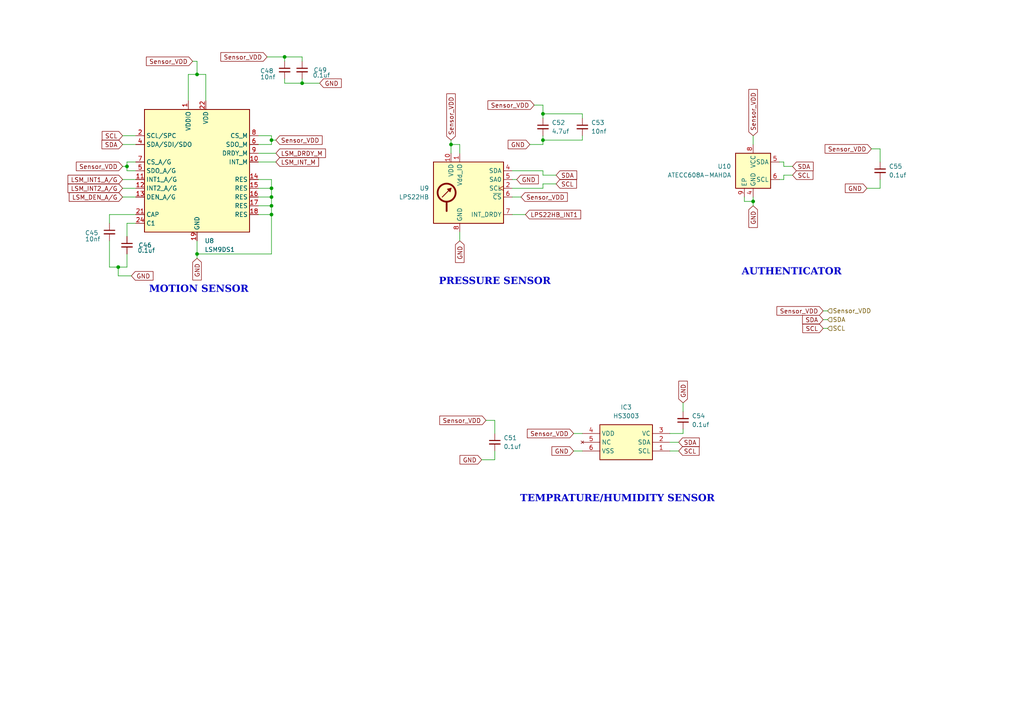
<source format=kicad_sch>
(kicad_sch
	(version 20231120)
	(generator "eeschema")
	(generator_version "8.0")
	(uuid "cd10ac32-f855-4c64-8808-d96abbb0767b")
	(paper "A4")
	(lib_symbols
		(symbol "Device:C_Small"
			(pin_numbers hide)
			(pin_names
				(offset 0.254) hide)
			(exclude_from_sim no)
			(in_bom yes)
			(on_board yes)
			(property "Reference" "C"
				(at 0.254 1.778 0)
				(effects
					(font
						(size 1.27 1.27)
					)
					(justify left)
				)
			)
			(property "Value" "C_Small"
				(at 0.254 -2.032 0)
				(effects
					(font
						(size 1.27 1.27)
					)
					(justify left)
				)
			)
			(property "Footprint" ""
				(at 0 0 0)
				(effects
					(font
						(size 1.27 1.27)
					)
					(hide yes)
				)
			)
			(property "Datasheet" "~"
				(at 0 0 0)
				(effects
					(font
						(size 1.27 1.27)
					)
					(hide yes)
				)
			)
			(property "Description" "Unpolarized capacitor, small symbol"
				(at 0 0 0)
				(effects
					(font
						(size 1.27 1.27)
					)
					(hide yes)
				)
			)
			(property "ki_keywords" "capacitor cap"
				(at 0 0 0)
				(effects
					(font
						(size 1.27 1.27)
					)
					(hide yes)
				)
			)
			(property "ki_fp_filters" "C_*"
				(at 0 0 0)
				(effects
					(font
						(size 1.27 1.27)
					)
					(hide yes)
				)
			)
			(symbol "C_Small_0_1"
				(polyline
					(pts
						(xy -1.524 -0.508) (xy 1.524 -0.508)
					)
					(stroke
						(width 0.3302)
						(type default)
					)
					(fill
						(type none)
					)
				)
				(polyline
					(pts
						(xy -1.524 0.508) (xy 1.524 0.508)
					)
					(stroke
						(width 0.3048)
						(type default)
					)
					(fill
						(type none)
					)
				)
			)
			(symbol "C_Small_1_1"
				(pin passive line
					(at 0 2.54 270)
					(length 2.032)
					(name "~"
						(effects
							(font
								(size 1.27 1.27)
							)
						)
					)
					(number "1"
						(effects
							(font
								(size 1.27 1.27)
							)
						)
					)
				)
				(pin passive line
					(at 0 -2.54 90)
					(length 2.032)
					(name "~"
						(effects
							(font
								(size 1.27 1.27)
							)
						)
					)
					(number "2"
						(effects
							(font
								(size 1.27 1.27)
							)
						)
					)
				)
			)
		)
		(symbol "HS3003:HS3003"
			(exclude_from_sim no)
			(in_bom yes)
			(on_board yes)
			(property "Reference" "IC"
				(at 21.59 7.62 0)
				(effects
					(font
						(size 1.27 1.27)
					)
					(justify left top)
				)
			)
			(property "Value" "HS3003"
				(at 21.59 5.08 0)
				(effects
					(font
						(size 1.27 1.27)
					)
					(justify left top)
				)
			)
			(property "Footprint" "HS3004"
				(at 21.59 -94.92 0)
				(effects
					(font
						(size 1.27 1.27)
					)
					(justify left top)
					(hide yes)
				)
			)
			(property "Datasheet" "https://www.idt.com/document/dst/hs300x-datasheet"
				(at 21.59 -194.92 0)
				(effects
					(font
						(size 1.27 1.27)
					)
					(justify left top)
					(hide yes)
				)
			)
			(property "Description" "The HS3003 is a highly-accurate, fully-calibrated relative humidity and temperature sensor. The high accuracy, fast measurement response time, and long-term stability, along with the small package size, makes the HS3003 ideal for a wide number of applications from portable to harsh environments.An integrated calibration and temperature compensation logic provides fully corrected RH and T values via a standard ICoutput. The measured data is internally corrected and compensated for accurate operation over a"
				(at 0 0 0)
				(effects
					(font
						(size 1.27 1.27)
					)
					(hide yes)
				)
			)
			(property "Height" "0.9"
				(at 21.59 -394.92 0)
				(effects
					(font
						(size 1.27 1.27)
					)
					(justify left top)
					(hide yes)
				)
			)
			(property "Manufacturer_Name" "Renesas Electronics"
				(at 21.59 -494.92 0)
				(effects
					(font
						(size 1.27 1.27)
					)
					(justify left top)
					(hide yes)
				)
			)
			(property "Manufacturer_Part_Number" "HS3003"
				(at 21.59 -594.92 0)
				(effects
					(font
						(size 1.27 1.27)
					)
					(justify left top)
					(hide yes)
				)
			)
			(property "Mouser Part Number" "972-HS3003"
				(at 21.59 -694.92 0)
				(effects
					(font
						(size 1.27 1.27)
					)
					(justify left top)
					(hide yes)
				)
			)
			(property "Mouser Price/Stock" "https://www.mouser.co.uk/ProductDetail/Renesas-Electronics/HS3003?qs=1mbolxNpo8dE0wHdd8IyGw%3D%3D"
				(at 21.59 -794.92 0)
				(effects
					(font
						(size 1.27 1.27)
					)
					(justify left top)
					(hide yes)
				)
			)
			(property "Arrow Part Number" ""
				(at 21.59 -894.92 0)
				(effects
					(font
						(size 1.27 1.27)
					)
					(justify left top)
					(hide yes)
				)
			)
			(property "Arrow Price/Stock" ""
				(at 21.59 -994.92 0)
				(effects
					(font
						(size 1.27 1.27)
					)
					(justify left top)
					(hide yes)
				)
			)
			(symbol "HS3003_1_1"
				(rectangle
					(start 5.08 2.54)
					(end 20.32 -7.62)
					(stroke
						(width 0.254)
						(type default)
					)
					(fill
						(type background)
					)
				)
				(pin passive line
					(at 25.4 -5.08 180)
					(length 5.08)
					(name "SCL"
						(effects
							(font
								(size 1.27 1.27)
							)
						)
					)
					(number "1"
						(effects
							(font
								(size 1.27 1.27)
							)
						)
					)
				)
				(pin passive line
					(at 25.4 -2.54 180)
					(length 5.08)
					(name "SDA"
						(effects
							(font
								(size 1.27 1.27)
							)
						)
					)
					(number "2"
						(effects
							(font
								(size 1.27 1.27)
							)
						)
					)
				)
				(pin passive line
					(at 25.4 0 180)
					(length 5.08)
					(name "VC"
						(effects
							(font
								(size 1.27 1.27)
							)
						)
					)
					(number "3"
						(effects
							(font
								(size 1.27 1.27)
							)
						)
					)
				)
				(pin passive line
					(at 0 0 0)
					(length 5.08)
					(name "VDD"
						(effects
							(font
								(size 1.27 1.27)
							)
						)
					)
					(number "4"
						(effects
							(font
								(size 1.27 1.27)
							)
						)
					)
				)
				(pin no_connect line
					(at 0 -2.54 0)
					(length 5.08)
					(name "NC"
						(effects
							(font
								(size 1.27 1.27)
							)
						)
					)
					(number "5"
						(effects
							(font
								(size 1.27 1.27)
							)
						)
					)
				)
				(pin passive line
					(at 0 -5.08 0)
					(length 5.08)
					(name "VSS"
						(effects
							(font
								(size 1.27 1.27)
							)
						)
					)
					(number "6"
						(effects
							(font
								(size 1.27 1.27)
							)
						)
					)
				)
			)
		)
		(symbol "Security:ATECC608A-MAHDA"
			(exclude_from_sim no)
			(in_bom yes)
			(on_board yes)
			(property "Reference" "U"
				(at 3.81 6.35 0)
				(effects
					(font
						(size 1.27 1.27)
					)
				)
			)
			(property "Value" "ATECC608A-MAHDA"
				(at 10.16 -6.35 0)
				(effects
					(font
						(size 1.27 1.27)
					)
				)
			)
			(property "Footprint" "Package_DFN_QFN:DFN-8-1EP_3x2mm_P0.5mm_EP1.3x1.5mm"
				(at 0 0 0)
				(effects
					(font
						(size 1.27 1.27)
					)
					(hide yes)
				)
			)
			(property "Datasheet" "http://ww1.microchip.com/downloads/en/DeviceDoc/ATECC608A-CryptoAuthentication-Device-Summary-Data-Sheet-DS40001977B.pdf"
				(at 3.81 6.35 0)
				(effects
					(font
						(size 1.27 1.27)
					)
					(hide yes)
				)
			)
			(property "Description" "Cryptographic Co-Processor with Secure Hardware-based 16 Key Storage, ECDSA and ECDH support, I2C, UDFN-8"
				(at 0 0 0)
				(effects
					(font
						(size 1.27 1.27)
					)
					(hide yes)
				)
			)
			(property "ki_keywords" "Cryptographic coprocessor"
				(at 0 0 0)
				(effects
					(font
						(size 1.27 1.27)
					)
					(hide yes)
				)
			)
			(property "ki_fp_filters" "DFN*1EP*3x2mm*P0.5mm*"
				(at 0 0 0)
				(effects
					(font
						(size 1.27 1.27)
					)
					(hide yes)
				)
			)
			(symbol "ATECC608A-MAHDA_0_1"
				(rectangle
					(start -5.08 5.08)
					(end 5.08 -5.08)
					(stroke
						(width 0.254)
						(type default)
					)
					(fill
						(type background)
					)
				)
			)
			(symbol "ATECC608A-MAHDA_1_1"
				(pin no_connect line
					(at -5.08 2.54 0)
					(length 2.54) hide
					(name "NC"
						(effects
							(font
								(size 1.27 1.27)
							)
						)
					)
					(number "1"
						(effects
							(font
								(size 1.27 1.27)
							)
						)
					)
				)
				(pin no_connect line
					(at -5.08 0 0)
					(length 2.54) hide
					(name "NC"
						(effects
							(font
								(size 1.27 1.27)
							)
						)
					)
					(number "2"
						(effects
							(font
								(size 1.27 1.27)
							)
						)
					)
				)
				(pin no_connect line
					(at -5.08 -2.54 0)
					(length 2.54) hide
					(name "NC"
						(effects
							(font
								(size 1.27 1.27)
							)
						)
					)
					(number "3"
						(effects
							(font
								(size 1.27 1.27)
							)
						)
					)
				)
				(pin power_in line
					(at 0 -7.62 90)
					(length 2.54)
					(name "GND"
						(effects
							(font
								(size 1.27 1.27)
							)
						)
					)
					(number "4"
						(effects
							(font
								(size 1.27 1.27)
							)
						)
					)
				)
				(pin bidirectional line
					(at 7.62 2.54 180)
					(length 2.54)
					(name "SDA"
						(effects
							(font
								(size 1.27 1.27)
							)
						)
					)
					(number "5"
						(effects
							(font
								(size 1.27 1.27)
							)
						)
					)
				)
				(pin input line
					(at 7.62 -2.54 180)
					(length 2.54)
					(name "SCL"
						(effects
							(font
								(size 1.27 1.27)
							)
						)
					)
					(number "6"
						(effects
							(font
								(size 1.27 1.27)
							)
						)
					)
				)
				(pin no_connect line
					(at 5.08 0 180)
					(length 2.54) hide
					(name "NC"
						(effects
							(font
								(size 1.27 1.27)
							)
						)
					)
					(number "7"
						(effects
							(font
								(size 1.27 1.27)
							)
						)
					)
				)
				(pin power_in line
					(at 0 7.62 270)
					(length 2.54)
					(name "VCC"
						(effects
							(font
								(size 1.27 1.27)
							)
						)
					)
					(number "8"
						(effects
							(font
								(size 1.27 1.27)
							)
						)
					)
				)
				(pin input line
					(at -2.54 -7.62 90)
					(length 2.54)
					(name "EP"
						(effects
							(font
								(size 1.27 1.27)
							)
						)
					)
					(number "9"
						(effects
							(font
								(size 1.27 1.27)
							)
						)
					)
				)
			)
		)
		(symbol "Sensor_Motion:LSM9DS1"
			(exclude_from_sim no)
			(in_bom yes)
			(on_board yes)
			(property "Reference" "U"
				(at -15.24 21.59 0)
				(effects
					(font
						(size 1.27 1.27)
					)
					(justify left)
				)
			)
			(property "Value" "LSM9DS1"
				(at -15.24 19.05 0)
				(effects
					(font
						(size 1.27 1.27)
					)
					(justify left)
				)
			)
			(property "Footprint" "Package_LGA:LGA-24L_3x3.5mm_P0.43mm"
				(at 38.1 19.05 0)
				(effects
					(font
						(size 1.27 1.27)
					)
					(hide yes)
				)
			)
			(property "Datasheet" "https://www.digikey.com/htmldatasheets/production/1639232/0/0/1/LSM9DS1-Datasheet.pdf"
				(at 0 2.54 0)
				(effects
					(font
						(size 1.27 1.27)
					)
					(hide yes)
				)
			)
			(property "Description" "I2C SPI 9 axis IMU accelerometer gyroscope magnetometer"
				(at 0 0 0)
				(effects
					(font
						(size 1.27 1.27)
					)
					(hide yes)
				)
			)
			(property "ki_keywords" "I2C SPI IMU accelerometer gyroscope magnetometer"
				(at 0 0 0)
				(effects
					(font
						(size 1.27 1.27)
					)
					(hide yes)
				)
			)
			(property "ki_fp_filters" "LGA*3x3.5mm*P0.43mm*"
				(at 0 0 0)
				(effects
					(font
						(size 1.27 1.27)
					)
					(hide yes)
				)
			)
			(symbol "LSM9DS1_0_1"
				(rectangle
					(start -15.24 17.78)
					(end 15.24 -17.78)
					(stroke
						(width 0.254)
						(type default)
					)
					(fill
						(type background)
					)
				)
			)
			(symbol "LSM9DS1_1_1"
				(pin power_in line
					(at -2.54 20.32 270)
					(length 2.54)
					(name "VDDIO"
						(effects
							(font
								(size 1.27 1.27)
							)
						)
					)
					(number "1"
						(effects
							(font
								(size 1.27 1.27)
							)
						)
					)
				)
				(pin output line
					(at 17.78 2.54 180)
					(length 2.54)
					(name "INT_M"
						(effects
							(font
								(size 1.27 1.27)
							)
						)
					)
					(number "10"
						(effects
							(font
								(size 1.27 1.27)
							)
						)
					)
				)
				(pin output line
					(at -17.78 -2.54 0)
					(length 2.54)
					(name "INT1_A/G"
						(effects
							(font
								(size 1.27 1.27)
							)
						)
					)
					(number "11"
						(effects
							(font
								(size 1.27 1.27)
							)
						)
					)
				)
				(pin output line
					(at -17.78 -5.08 0)
					(length 2.54)
					(name "INT2_A/G"
						(effects
							(font
								(size 1.27 1.27)
							)
						)
					)
					(number "12"
						(effects
							(font
								(size 1.27 1.27)
							)
						)
					)
				)
				(pin input line
					(at -17.78 -7.62 0)
					(length 2.54)
					(name "DEN_A/G"
						(effects
							(font
								(size 1.27 1.27)
							)
						)
					)
					(number "13"
						(effects
							(font
								(size 1.27 1.27)
							)
						)
					)
				)
				(pin bidirectional line
					(at 17.78 -2.54 180)
					(length 2.54)
					(name "RES"
						(effects
							(font
								(size 1.27 1.27)
							)
						)
					)
					(number "14"
						(effects
							(font
								(size 1.27 1.27)
							)
						)
					)
				)
				(pin bidirectional line
					(at 17.78 -5.08 180)
					(length 2.54)
					(name "RES"
						(effects
							(font
								(size 1.27 1.27)
							)
						)
					)
					(number "15"
						(effects
							(font
								(size 1.27 1.27)
							)
						)
					)
				)
				(pin bidirectional line
					(at 17.78 -7.62 180)
					(length 2.54)
					(name "RES"
						(effects
							(font
								(size 1.27 1.27)
							)
						)
					)
					(number "16"
						(effects
							(font
								(size 1.27 1.27)
							)
						)
					)
				)
				(pin bidirectional line
					(at 17.78 -10.16 180)
					(length 2.54)
					(name "RES"
						(effects
							(font
								(size 1.27 1.27)
							)
						)
					)
					(number "17"
						(effects
							(font
								(size 1.27 1.27)
							)
						)
					)
				)
				(pin bidirectional line
					(at 17.78 -12.7 180)
					(length 2.54)
					(name "RES"
						(effects
							(font
								(size 1.27 1.27)
							)
						)
					)
					(number "18"
						(effects
							(font
								(size 1.27 1.27)
							)
						)
					)
				)
				(pin power_in line
					(at 0 -20.32 90)
					(length 2.54)
					(name "GND"
						(effects
							(font
								(size 1.27 1.27)
							)
						)
					)
					(number "19"
						(effects
							(font
								(size 1.27 1.27)
							)
						)
					)
				)
				(pin input line
					(at -17.78 10.16 0)
					(length 2.54)
					(name "SCL/SPC"
						(effects
							(font
								(size 1.27 1.27)
							)
						)
					)
					(number "2"
						(effects
							(font
								(size 1.27 1.27)
							)
						)
					)
				)
				(pin passive line
					(at 0 -20.32 90)
					(length 2.54) hide
					(name "GND"
						(effects
							(font
								(size 1.27 1.27)
							)
						)
					)
					(number "20"
						(effects
							(font
								(size 1.27 1.27)
							)
						)
					)
				)
				(pin passive line
					(at -17.78 -12.7 0)
					(length 2.54)
					(name "CAP"
						(effects
							(font
								(size 1.27 1.27)
							)
						)
					)
					(number "21"
						(effects
							(font
								(size 1.27 1.27)
							)
						)
					)
				)
				(pin power_in line
					(at 2.54 20.32 270)
					(length 2.54)
					(name "VDD"
						(effects
							(font
								(size 1.27 1.27)
							)
						)
					)
					(number "22"
						(effects
							(font
								(size 1.27 1.27)
							)
						)
					)
				)
				(pin passive line
					(at 2.54 20.32 270)
					(length 2.54) hide
					(name "VDD"
						(effects
							(font
								(size 1.27 1.27)
							)
						)
					)
					(number "23"
						(effects
							(font
								(size 1.27 1.27)
							)
						)
					)
				)
				(pin passive line
					(at -17.78 -15.24 0)
					(length 2.54)
					(name "C1"
						(effects
							(font
								(size 1.27 1.27)
							)
						)
					)
					(number "24"
						(effects
							(font
								(size 1.27 1.27)
							)
						)
					)
				)
				(pin passive line
					(at -2.54 20.32 270)
					(length 2.54) hide
					(name "VDDIO"
						(effects
							(font
								(size 1.27 1.27)
							)
						)
					)
					(number "3"
						(effects
							(font
								(size 1.27 1.27)
							)
						)
					)
				)
				(pin bidirectional line
					(at -17.78 7.62 0)
					(length 2.54)
					(name "SDA/SDI/SDO"
						(effects
							(font
								(size 1.27 1.27)
							)
						)
					)
					(number "4"
						(effects
							(font
								(size 1.27 1.27)
							)
						)
					)
				)
				(pin output line
					(at -17.78 0 0)
					(length 2.54)
					(name "SDO_A/G"
						(effects
							(font
								(size 1.27 1.27)
							)
						)
					)
					(number "5"
						(effects
							(font
								(size 1.27 1.27)
							)
						)
					)
				)
				(pin output line
					(at 17.78 7.62 180)
					(length 2.54)
					(name "SDO_M"
						(effects
							(font
								(size 1.27 1.27)
							)
						)
					)
					(number "6"
						(effects
							(font
								(size 1.27 1.27)
							)
						)
					)
				)
				(pin input line
					(at -17.78 2.54 0)
					(length 2.54)
					(name "CS_A/G"
						(effects
							(font
								(size 1.27 1.27)
							)
						)
					)
					(number "7"
						(effects
							(font
								(size 1.27 1.27)
							)
						)
					)
				)
				(pin input line
					(at 17.78 10.16 180)
					(length 2.54)
					(name "CS_M"
						(effects
							(font
								(size 1.27 1.27)
							)
						)
					)
					(number "8"
						(effects
							(font
								(size 1.27 1.27)
							)
						)
					)
				)
				(pin output line
					(at 17.78 5.08 180)
					(length 2.54)
					(name "DRDY_M"
						(effects
							(font
								(size 1.27 1.27)
							)
						)
					)
					(number "9"
						(effects
							(font
								(size 1.27 1.27)
							)
						)
					)
				)
			)
		)
		(symbol "Sensor_Pressure:LPS22HB"
			(exclude_from_sim no)
			(in_bom yes)
			(on_board yes)
			(property "Reference" "U"
				(at -11.43 1.27 0)
				(effects
					(font
						(size 1.27 1.27)
					)
					(justify right)
				)
			)
			(property "Value" "LPS22HB"
				(at -11.43 -1.27 0)
				(effects
					(font
						(size 1.27 1.27)
					)
					(justify right)
				)
			)
			(property "Footprint" "Package_LGA:ST_HLGA-10_2x2mm_P0.5mm_LayoutBorder3x2y"
				(at 1.27 -11.43 0)
				(effects
					(font
						(size 1.27 1.27)
					)
					(justify left)
					(hide yes)
				)
			)
			(property "Datasheet" "https://www.st.com/resource/en/datasheet/lps22hb.pdf"
				(at 1.27 -13.97 0)
				(effects
					(font
						(size 1.27 1.27)
					)
					(justify left)
					(hide yes)
				)
			)
			(property "Description" "MEMS nano pressure sensor, 260-1260 hPa, absolute digital output baromeeter, 24 bit, SPI, I2C, 0.0075 hPa noise rms, ST_HLGA-10L"
				(at 0 0 0)
				(effects
					(font
						(size 1.27 1.27)
					)
					(hide yes)
				)
			)
			(property "ki_keywords" "mems absolute baromeeter spi i2c pressure"
				(at 0 0 0)
				(effects
					(font
						(size 1.27 1.27)
					)
					(hide yes)
				)
			)
			(property "ki_fp_filters" "ST?HLGA*2x2mm*P0.5mm*LayoutBorder3x2y*"
				(at 0 0 0)
				(effects
					(font
						(size 1.27 1.27)
					)
					(hide yes)
				)
			)
			(symbol "LPS22HB_0_1"
				(rectangle
					(start -10.16 10.16)
					(end 10.16 -7.62)
					(stroke
						(width 0.254)
						(type default)
					)
					(fill
						(type background)
					)
				)
				(circle
					(center -6.35 1.27)
					(radius 2.6162)
					(stroke
						(width 0.508)
						(type default)
					)
					(fill
						(type none)
					)
				)
				(polyline
					(pts
						(xy -7.62 0) (xy -5.08 2.54)
					)
					(stroke
						(width 0.254)
						(type default)
					)
					(fill
						(type none)
					)
				)
				(polyline
					(pts
						(xy -6.35 -1.524) (xy -6.35 -4.064)
					)
					(stroke
						(width 0.508)
						(type default)
					)
					(fill
						(type none)
					)
				)
				(polyline
					(pts
						(xy -5.08 2.54) (xy -5.334 1.524) (xy -6.096 2.286) (xy -5.08 2.54)
					)
					(stroke
						(width 0.254)
						(type default)
					)
					(fill
						(type outline)
					)
				)
			)
			(symbol "LPS22HB_1_1"
				(pin power_in line
					(at -2.54 12.7 270)
					(length 2.54)
					(name "Vdd_IO"
						(effects
							(font
								(size 1.27 1.27)
							)
						)
					)
					(number "1"
						(effects
							(font
								(size 1.27 1.27)
							)
						)
					)
				)
				(pin power_in line
					(at -5.08 12.7 270)
					(length 2.54)
					(name "VDD"
						(effects
							(font
								(size 1.27 1.27)
							)
						)
					)
					(number "10"
						(effects
							(font
								(size 1.27 1.27)
							)
						)
					)
				)
				(pin input clock
					(at 12.7 2.54 180)
					(length 2.54)
					(name "SCL"
						(effects
							(font
								(size 1.27 1.27)
							)
						)
					)
					(number "2"
						(effects
							(font
								(size 1.27 1.27)
							)
						)
					)
					(alternate "SPC" input clock)
				)
				(pin passive line
					(at -2.54 -10.16 90)
					(length 2.54) hide
					(name "GND"
						(effects
							(font
								(size 1.27 1.27)
							)
						)
					)
					(number "3"
						(effects
							(font
								(size 1.27 1.27)
							)
						)
					)
				)
				(pin bidirectional line
					(at 12.7 7.62 180)
					(length 2.54)
					(name "SDA"
						(effects
							(font
								(size 1.27 1.27)
							)
						)
					)
					(number "4"
						(effects
							(font
								(size 1.27 1.27)
							)
						)
					)
					(alternate "SDI" input line)
					(alternate "SDI/SDO" bidirectional line)
				)
				(pin input line
					(at 12.7 5.08 180)
					(length 2.54)
					(name "SA0"
						(effects
							(font
								(size 1.27 1.27)
							)
						)
					)
					(number "5"
						(effects
							(font
								(size 1.27 1.27)
							)
						)
					)
					(alternate "SDO" output line)
				)
				(pin input line
					(at 12.7 0 180)
					(length 2.54)
					(name "~{CS}"
						(effects
							(font
								(size 1.27 1.27)
							)
						)
					)
					(number "6"
						(effects
							(font
								(size 1.27 1.27)
							)
						)
					)
				)
				(pin output line
					(at 12.7 -5.08 180)
					(length 2.54)
					(name "INT_DRDY"
						(effects
							(font
								(size 1.27 1.27)
							)
						)
					)
					(number "7"
						(effects
							(font
								(size 1.27 1.27)
							)
						)
					)
				)
				(pin power_in line
					(at -2.54 -10.16 90)
					(length 2.54)
					(name "GND"
						(effects
							(font
								(size 1.27 1.27)
							)
						)
					)
					(number "8"
						(effects
							(font
								(size 1.27 1.27)
							)
						)
					)
				)
				(pin passive line
					(at -2.54 -10.16 90)
					(length 2.54) hide
					(name "GND"
						(effects
							(font
								(size 1.27 1.27)
							)
						)
					)
					(number "9"
						(effects
							(font
								(size 1.27 1.27)
							)
						)
					)
				)
			)
		)
	)
	(junction
		(at 34.29 77.47)
		(diameter 0)
		(color 0 0 0 0)
		(uuid "24e0f57f-a2bb-4c2d-87b6-2ec76c5c0ae3")
	)
	(junction
		(at 78.74 54.61)
		(diameter 0)
		(color 0 0 0 0)
		(uuid "3c19a7bd-f26d-4cf6-babf-63ac9f09c082")
	)
	(junction
		(at 78.74 57.15)
		(diameter 0)
		(color 0 0 0 0)
		(uuid "3c307775-07c3-456a-a208-03336bdd10f1")
	)
	(junction
		(at 157.48 33.02)
		(diameter 0)
		(color 0 0 0 0)
		(uuid "43a8ad2e-d2b5-4852-ad04-6817aa3449b2")
	)
	(junction
		(at 57.15 21.59)
		(diameter 0)
		(color 0 0 0 0)
		(uuid "4a1ceab6-108a-427b-a748-b30fb5045a2d")
	)
	(junction
		(at 82.55 16.51)
		(diameter 0)
		(color 0 0 0 0)
		(uuid "4aac28e4-e8f2-4081-b9e5-3e9e66b96af9")
	)
	(junction
		(at 57.15 73.66)
		(diameter 0)
		(color 0 0 0 0)
		(uuid "51c32854-19dd-4f2f-988f-a734195e7ce7")
	)
	(junction
		(at 78.74 62.23)
		(diameter 0)
		(color 0 0 0 0)
		(uuid "6c7d6cf9-3aae-4bb8-87c3-31a56e8a39e4")
	)
	(junction
		(at 130.81 41.91)
		(diameter 0)
		(color 0 0 0 0)
		(uuid "7de05a7f-08b2-4d78-a0ee-8cf63f6a5155")
	)
	(junction
		(at 78.74 59.69)
		(diameter 0)
		(color 0 0 0 0)
		(uuid "7f01e3d5-b809-448b-acf6-7ee3bd611eb6")
	)
	(junction
		(at 87.63 24.13)
		(diameter 0)
		(color 0 0 0 0)
		(uuid "a3fce84c-74f5-4df6-9436-771bb81cc431")
	)
	(junction
		(at 157.48 40.64)
		(diameter 0)
		(color 0 0 0 0)
		(uuid "b60eb037-5d16-4322-97fa-3a124b21d676")
	)
	(junction
		(at 218.44 58.42)
		(diameter 0)
		(color 0 0 0 0)
		(uuid "c631c40d-56ee-4802-9fbe-12dfd368382e")
	)
	(junction
		(at 36.83 48.26)
		(diameter 0)
		(color 0 0 0 0)
		(uuid "c75faf16-59c8-4965-8212-cae3dba8af1b")
	)
	(junction
		(at 78.74 40.64)
		(diameter 0)
		(color 0 0 0 0)
		(uuid "de54aae6-dc11-492b-ba9a-e93465eb7c41")
	)
	(wire
		(pts
			(xy 154.94 30.48) (xy 157.48 30.48)
		)
		(stroke
			(width 0)
			(type default)
		)
		(uuid "044c72ca-1fe9-4fd9-9e50-41fa95fd6fdc")
	)
	(wire
		(pts
			(xy 74.93 52.07) (xy 78.74 52.07)
		)
		(stroke
			(width 0)
			(type default)
		)
		(uuid "06b36656-4ad4-4471-be26-ad673aecfa0f")
	)
	(wire
		(pts
			(xy 157.48 33.02) (xy 157.48 34.29)
		)
		(stroke
			(width 0)
			(type default)
		)
		(uuid "0722c7e8-f4dd-45f5-bd65-131edc0c7d76")
	)
	(wire
		(pts
			(xy 148.59 57.15) (xy 151.13 57.15)
		)
		(stroke
			(width 0)
			(type default)
		)
		(uuid "13709f23-cb33-4fce-b8d9-560d20020b5a")
	)
	(wire
		(pts
			(xy 196.85 128.27) (xy 194.31 128.27)
		)
		(stroke
			(width 0)
			(type default)
		)
		(uuid "137ac646-5039-450a-855d-d85248934924")
	)
	(wire
		(pts
			(xy 57.15 17.78) (xy 57.15 21.59)
		)
		(stroke
			(width 0)
			(type default)
		)
		(uuid "13c0d1a7-0b98-4ca2-a443-6534cca820dc")
	)
	(wire
		(pts
			(xy 215.9 58.42) (xy 218.44 58.42)
		)
		(stroke
			(width 0)
			(type default)
		)
		(uuid "14644960-2508-42d5-872e-91490780a30a")
	)
	(wire
		(pts
			(xy 255.27 43.18) (xy 255.27 46.99)
		)
		(stroke
			(width 0)
			(type default)
		)
		(uuid "14df7929-0ee8-4e6f-b7da-42e777fc8fda")
	)
	(wire
		(pts
			(xy 74.93 59.69) (xy 78.74 59.69)
		)
		(stroke
			(width 0)
			(type default)
		)
		(uuid "1567c31f-3717-4ef8-a059-a05b435ab9b9")
	)
	(wire
		(pts
			(xy 194.31 125.73) (xy 198.12 125.73)
		)
		(stroke
			(width 0)
			(type default)
		)
		(uuid "15b16b53-34c9-4c64-b075-8c5339f497c9")
	)
	(wire
		(pts
			(xy 87.63 24.13) (xy 92.71 24.13)
		)
		(stroke
			(width 0)
			(type default)
		)
		(uuid "17d05f4c-f1dc-4e62-ab8e-6d82a82658ea")
	)
	(wire
		(pts
			(xy 168.91 33.02) (xy 168.91 34.29)
		)
		(stroke
			(width 0)
			(type default)
		)
		(uuid "19ab2fce-1325-4c74-88f0-8dd7bb5fcb4c")
	)
	(wire
		(pts
			(xy 148.59 54.61) (xy 157.48 54.61)
		)
		(stroke
			(width 0)
			(type default)
		)
		(uuid "1afc0691-0946-4443-9032-3a2827670f3f")
	)
	(wire
		(pts
			(xy 227.33 46.99) (xy 227.33 48.26)
		)
		(stroke
			(width 0)
			(type default)
		)
		(uuid "1b277eaa-5e68-4185-a187-9b243dc62542")
	)
	(wire
		(pts
			(xy 153.67 41.91) (xy 157.48 41.91)
		)
		(stroke
			(width 0)
			(type default)
		)
		(uuid "1c822f26-ba37-43dd-ae92-2eb4844703fa")
	)
	(wire
		(pts
			(xy 74.93 39.37) (xy 78.74 39.37)
		)
		(stroke
			(width 0)
			(type default)
		)
		(uuid "21077795-2189-4a74-8947-db985386d29f")
	)
	(wire
		(pts
			(xy 31.75 77.47) (xy 34.29 77.47)
		)
		(stroke
			(width 0)
			(type default)
		)
		(uuid "22b2b33f-ea1d-40a1-971d-a29962d6f501")
	)
	(wire
		(pts
			(xy 157.48 33.02) (xy 168.91 33.02)
		)
		(stroke
			(width 0)
			(type default)
		)
		(uuid "22d77118-0818-475f-8ccc-844d71b722fd")
	)
	(wire
		(pts
			(xy 252.73 43.18) (xy 255.27 43.18)
		)
		(stroke
			(width 0)
			(type default)
		)
		(uuid "2307c30a-f3fa-49bc-9133-7ac67772c4df")
	)
	(wire
		(pts
			(xy 78.74 39.37) (xy 78.74 40.64)
		)
		(stroke
			(width 0)
			(type default)
		)
		(uuid "23e5b2bb-c679-4009-8d3a-2a3336cb2019")
	)
	(wire
		(pts
			(xy 78.74 52.07) (xy 78.74 54.61)
		)
		(stroke
			(width 0)
			(type default)
		)
		(uuid "27b3bb92-5f11-4cd1-a9fe-ed8dce1679a2")
	)
	(wire
		(pts
			(xy 157.48 41.91) (xy 157.48 40.64)
		)
		(stroke
			(width 0)
			(type default)
		)
		(uuid "28449927-9686-4e77-a031-284e06d89e0f")
	)
	(wire
		(pts
			(xy 87.63 24.13) (xy 87.63 22.86)
		)
		(stroke
			(width 0)
			(type default)
		)
		(uuid "30155ef0-b05f-492d-9e3b-ee4cb5883707")
	)
	(wire
		(pts
			(xy 34.29 77.47) (xy 36.83 77.47)
		)
		(stroke
			(width 0)
			(type default)
		)
		(uuid "336d29b9-261e-4cbd-bef2-cb461a6d08f9")
	)
	(wire
		(pts
			(xy 35.56 54.61) (xy 39.37 54.61)
		)
		(stroke
			(width 0)
			(type default)
		)
		(uuid "341a171a-5bdd-4e78-8776-cf8ea3193c4e")
	)
	(wire
		(pts
			(xy 140.97 121.92) (xy 143.51 121.92)
		)
		(stroke
			(width 0)
			(type default)
		)
		(uuid "36860fbc-f9c3-4e86-8364-70615fd150e8")
	)
	(wire
		(pts
			(xy 55.88 17.78) (xy 57.15 17.78)
		)
		(stroke
			(width 0)
			(type default)
		)
		(uuid "39b8856a-00d6-4aae-bad2-4f2b5ea24111")
	)
	(wire
		(pts
			(xy 78.74 62.23) (xy 78.74 73.66)
		)
		(stroke
			(width 0)
			(type default)
		)
		(uuid "39ff0485-def3-4597-b6b9-3384b004806b")
	)
	(wire
		(pts
			(xy 157.48 40.64) (xy 168.91 40.64)
		)
		(stroke
			(width 0)
			(type default)
		)
		(uuid "3cf84b41-77e2-4b3d-b893-0080f54ce93c")
	)
	(wire
		(pts
			(xy 166.37 130.81) (xy 168.91 130.81)
		)
		(stroke
			(width 0)
			(type default)
		)
		(uuid "3d9718e6-a11a-489b-9b2f-ae4c13db8df9")
	)
	(wire
		(pts
			(xy 35.56 39.37) (xy 39.37 39.37)
		)
		(stroke
			(width 0)
			(type default)
		)
		(uuid "3f9906e9-e3c9-43e6-827f-81e57030bd1b")
	)
	(wire
		(pts
			(xy 78.74 41.91) (xy 74.93 41.91)
		)
		(stroke
			(width 0)
			(type default)
		)
		(uuid "3fe475fd-5c0f-4ebd-86d5-f46a16db92a3")
	)
	(wire
		(pts
			(xy 226.06 52.07) (xy 227.33 52.07)
		)
		(stroke
			(width 0)
			(type default)
		)
		(uuid "451a9b17-dc15-4017-b881-6f893c58f8c4")
	)
	(wire
		(pts
			(xy 35.56 48.26) (xy 36.83 48.26)
		)
		(stroke
			(width 0)
			(type default)
		)
		(uuid "4607c7b5-33dc-4740-a458-d36be0eaf253")
	)
	(wire
		(pts
			(xy 82.55 24.13) (xy 87.63 24.13)
		)
		(stroke
			(width 0)
			(type default)
		)
		(uuid "47122398-f6c3-439c-8354-58b2f4c86ff5")
	)
	(wire
		(pts
			(xy 35.56 41.91) (xy 39.37 41.91)
		)
		(stroke
			(width 0)
			(type default)
		)
		(uuid "48b4314c-73b5-432a-acd4-fda89703c2b7")
	)
	(wire
		(pts
			(xy 133.35 69.85) (xy 133.35 67.31)
		)
		(stroke
			(width 0)
			(type default)
		)
		(uuid "4b1fe8c9-8efb-408f-96e8-aae9d1ca6d63")
	)
	(wire
		(pts
			(xy 74.93 54.61) (xy 78.74 54.61)
		)
		(stroke
			(width 0)
			(type default)
		)
		(uuid "4b31c52a-d75b-4a50-9c35-06e5e5296e62")
	)
	(wire
		(pts
			(xy 238.76 92.71) (xy 240.03 92.71)
		)
		(stroke
			(width 0)
			(type default)
		)
		(uuid "4b7d21d4-f7c3-42de-a385-3544a1cd484d")
	)
	(wire
		(pts
			(xy 148.59 49.53) (xy 157.48 49.53)
		)
		(stroke
			(width 0)
			(type default)
		)
		(uuid "52ae473e-c856-4d55-ba02-8b88d03b73ff")
	)
	(wire
		(pts
			(xy 82.55 17.78) (xy 82.55 16.51)
		)
		(stroke
			(width 0)
			(type default)
		)
		(uuid "52ae9288-c98a-4944-a172-c66a4a912dc4")
	)
	(wire
		(pts
			(xy 35.56 52.07) (xy 39.37 52.07)
		)
		(stroke
			(width 0)
			(type default)
		)
		(uuid "540dc59a-08ff-4115-959a-f2ce480638c6")
	)
	(wire
		(pts
			(xy 82.55 22.86) (xy 82.55 24.13)
		)
		(stroke
			(width 0)
			(type default)
		)
		(uuid "558827c8-54e7-4ae7-81e9-81c81f450694")
	)
	(wire
		(pts
			(xy 36.83 48.26) (xy 36.83 49.53)
		)
		(stroke
			(width 0)
			(type default)
		)
		(uuid "55afaa0c-404d-4df5-9e65-5e4523242401")
	)
	(wire
		(pts
			(xy 74.93 46.99) (xy 80.01 46.99)
		)
		(stroke
			(width 0)
			(type default)
		)
		(uuid "55ffe51b-04d5-4892-87f5-9da88ccbac16")
	)
	(wire
		(pts
			(xy 238.76 95.25) (xy 240.03 95.25)
		)
		(stroke
			(width 0)
			(type default)
		)
		(uuid "563422de-1ab2-4440-8778-914797b560cc")
	)
	(wire
		(pts
			(xy 148.59 62.23) (xy 152.4 62.23)
		)
		(stroke
			(width 0)
			(type default)
		)
		(uuid "56ff0c96-2653-4a39-9de4-c0e9fd3d2a08")
	)
	(wire
		(pts
			(xy 218.44 39.37) (xy 218.44 41.91)
		)
		(stroke
			(width 0)
			(type default)
		)
		(uuid "589db21f-85f0-4c07-8738-96df459dbb19")
	)
	(wire
		(pts
			(xy 82.55 16.51) (xy 87.63 16.51)
		)
		(stroke
			(width 0)
			(type default)
		)
		(uuid "59da8462-170e-40b5-8c32-66bb94c52e22")
	)
	(wire
		(pts
			(xy 130.81 41.91) (xy 133.35 41.91)
		)
		(stroke
			(width 0)
			(type default)
		)
		(uuid "5d257716-2095-4e94-9b15-01230d5f0b31")
	)
	(wire
		(pts
			(xy 157.48 54.61) (xy 157.48 53.34)
		)
		(stroke
			(width 0)
			(type default)
		)
		(uuid "5d72e628-b385-41e6-a144-e49dd5fe1933")
	)
	(wire
		(pts
			(xy 35.56 57.15) (xy 39.37 57.15)
		)
		(stroke
			(width 0)
			(type default)
		)
		(uuid "5dc2d270-cc9d-4dcb-b3fc-08d8fddddb64")
	)
	(wire
		(pts
			(xy 87.63 16.51) (xy 87.63 17.78)
		)
		(stroke
			(width 0)
			(type default)
		)
		(uuid "618326ed-78b5-41ad-bda2-a2c170ad78d6")
	)
	(wire
		(pts
			(xy 74.93 57.15) (xy 78.74 57.15)
		)
		(stroke
			(width 0)
			(type default)
		)
		(uuid "6246a998-51e9-4471-9107-33e508b9b945")
	)
	(wire
		(pts
			(xy 227.33 50.8) (xy 229.87 50.8)
		)
		(stroke
			(width 0)
			(type default)
		)
		(uuid "63033b89-06cd-4ae3-a002-0d7536f15f2a")
	)
	(wire
		(pts
			(xy 36.83 77.47) (xy 36.83 73.66)
		)
		(stroke
			(width 0)
			(type default)
		)
		(uuid "68484e57-e7fa-40b7-8cd0-6da1d3c34c28")
	)
	(wire
		(pts
			(xy 36.83 49.53) (xy 39.37 49.53)
		)
		(stroke
			(width 0)
			(type default)
		)
		(uuid "68d8bd79-1a91-4603-9b5d-efa11bff5c3b")
	)
	(wire
		(pts
			(xy 39.37 46.99) (xy 36.83 46.99)
		)
		(stroke
			(width 0)
			(type default)
		)
		(uuid "6f0df52b-051e-44c8-aa20-2cb812208762")
	)
	(wire
		(pts
			(xy 226.06 46.99) (xy 227.33 46.99)
		)
		(stroke
			(width 0)
			(type default)
		)
		(uuid "714f480f-40e1-4892-b7c3-8ae314a72729")
	)
	(wire
		(pts
			(xy 157.48 53.34) (xy 161.29 53.34)
		)
		(stroke
			(width 0)
			(type default)
		)
		(uuid "71cd1733-1bac-416c-90cc-193b1d727057")
	)
	(wire
		(pts
			(xy 78.74 57.15) (xy 78.74 59.69)
		)
		(stroke
			(width 0)
			(type default)
		)
		(uuid "730cc454-9449-4725-8138-8290c9682a73")
	)
	(wire
		(pts
			(xy 255.27 54.61) (xy 255.27 52.07)
		)
		(stroke
			(width 0)
			(type default)
		)
		(uuid "737998a1-7442-44f9-817a-2097aba1423c")
	)
	(wire
		(pts
			(xy 31.75 62.23) (xy 31.75 64.77)
		)
		(stroke
			(width 0)
			(type default)
		)
		(uuid "76f75973-409d-4cc4-aa0e-ad3f490385c3")
	)
	(wire
		(pts
			(xy 78.74 73.66) (xy 57.15 73.66)
		)
		(stroke
			(width 0)
			(type default)
		)
		(uuid "790fa296-6dec-419d-85cd-ff66a2377780")
	)
	(wire
		(pts
			(xy 78.74 40.64) (xy 80.01 40.64)
		)
		(stroke
			(width 0)
			(type default)
		)
		(uuid "7b8f06ae-6680-4c59-aac8-5dddbff2ebc9")
	)
	(wire
		(pts
			(xy 74.93 44.45) (xy 80.01 44.45)
		)
		(stroke
			(width 0)
			(type default)
		)
		(uuid "7c8fc2cb-957d-4f86-86ac-55ef1af2b03d")
	)
	(wire
		(pts
			(xy 139.7 133.35) (xy 143.51 133.35)
		)
		(stroke
			(width 0)
			(type default)
		)
		(uuid "800447a5-c112-42ca-a2e5-ce1691dced24")
	)
	(wire
		(pts
			(xy 215.9 57.15) (xy 215.9 58.42)
		)
		(stroke
			(width 0)
			(type default)
		)
		(uuid "850a6c30-0c2d-4d3e-a156-789a8f3fcadd")
	)
	(wire
		(pts
			(xy 57.15 73.66) (xy 57.15 74.93)
		)
		(stroke
			(width 0)
			(type default)
		)
		(uuid "86cd8b3a-ebfe-4ee3-9c28-f69f982e8c9c")
	)
	(wire
		(pts
			(xy 227.33 48.26) (xy 229.87 48.26)
		)
		(stroke
			(width 0)
			(type default)
		)
		(uuid "880d541f-594d-4938-a38c-dabc694adf77")
	)
	(wire
		(pts
			(xy 34.29 80.01) (xy 38.1 80.01)
		)
		(stroke
			(width 0)
			(type default)
		)
		(uuid "8ce2d9da-3f85-41b0-ae7d-15c484e1fded")
	)
	(wire
		(pts
			(xy 36.83 46.99) (xy 36.83 48.26)
		)
		(stroke
			(width 0)
			(type default)
		)
		(uuid "8d75339c-976c-4e09-afba-5d86fec172ff")
	)
	(wire
		(pts
			(xy 157.48 30.48) (xy 157.48 33.02)
		)
		(stroke
			(width 0)
			(type default)
		)
		(uuid "8e9c45dd-90de-49e6-80c9-d421c7e039ee")
	)
	(wire
		(pts
			(xy 227.33 52.07) (xy 227.33 50.8)
		)
		(stroke
			(width 0)
			(type default)
		)
		(uuid "8ee1d5c1-54f4-4e37-85a0-461d2e2b8e74")
	)
	(wire
		(pts
			(xy 78.74 59.69) (xy 78.74 62.23)
		)
		(stroke
			(width 0)
			(type default)
		)
		(uuid "8eeeecb9-2d19-4db4-8ece-74ea185a53ab")
	)
	(wire
		(pts
			(xy 196.85 130.81) (xy 194.31 130.81)
		)
		(stroke
			(width 0)
			(type default)
		)
		(uuid "9074d591-db41-4dc7-ae15-ad8921b3f748")
	)
	(wire
		(pts
			(xy 54.61 29.21) (xy 54.61 21.59)
		)
		(stroke
			(width 0)
			(type default)
		)
		(uuid "90869eda-cda6-4850-8c9a-d6034246a0e0")
	)
	(wire
		(pts
			(xy 218.44 57.15) (xy 218.44 58.42)
		)
		(stroke
			(width 0)
			(type default)
		)
		(uuid "98a44936-135b-47b5-9e5a-ff4143f809c3")
	)
	(wire
		(pts
			(xy 130.81 40.64) (xy 130.81 41.91)
		)
		(stroke
			(width 0)
			(type default)
		)
		(uuid "9f202826-2c17-412e-aa6f-645023e02bba")
	)
	(wire
		(pts
			(xy 31.75 62.23) (xy 39.37 62.23)
		)
		(stroke
			(width 0)
			(type default)
		)
		(uuid "a9cabf63-c7fd-4d6c-8761-cb4af780770f")
	)
	(wire
		(pts
			(xy 78.74 54.61) (xy 78.74 57.15)
		)
		(stroke
			(width 0)
			(type default)
		)
		(uuid "a9dee814-b7d0-4075-995d-0283b4f5df79")
	)
	(wire
		(pts
			(xy 31.75 69.85) (xy 31.75 77.47)
		)
		(stroke
			(width 0)
			(type default)
		)
		(uuid "af5d8622-2974-411b-9d4d-b942121b4a97")
	)
	(wire
		(pts
			(xy 238.76 90.17) (xy 240.03 90.17)
		)
		(stroke
			(width 0)
			(type default)
		)
		(uuid "b6892cb6-86be-4638-a029-389f8b14ef72")
	)
	(wire
		(pts
			(xy 130.81 41.91) (xy 130.81 44.45)
		)
		(stroke
			(width 0)
			(type default)
		)
		(uuid "b9684e11-9b98-4119-978c-3642f4bc2f8f")
	)
	(wire
		(pts
			(xy 218.44 58.42) (xy 218.44 59.69)
		)
		(stroke
			(width 0)
			(type default)
		)
		(uuid "bfa48896-ae64-4dbb-84dc-3cb8d46ff96b")
	)
	(wire
		(pts
			(xy 166.37 125.73) (xy 168.91 125.73)
		)
		(stroke
			(width 0)
			(type default)
		)
		(uuid "c00b5292-0ec9-41c0-ac9f-4c3306abb3cc")
	)
	(wire
		(pts
			(xy 198.12 125.73) (xy 198.12 124.46)
		)
		(stroke
			(width 0)
			(type default)
		)
		(uuid "c0560679-f571-4ed1-9bef-cc40111f7dd6")
	)
	(wire
		(pts
			(xy 78.74 40.64) (xy 78.74 41.91)
		)
		(stroke
			(width 0)
			(type default)
		)
		(uuid "c366da5a-9dfa-4361-96ba-16b4965fea2a")
	)
	(wire
		(pts
			(xy 198.12 116.84) (xy 198.12 119.38)
		)
		(stroke
			(width 0)
			(type default)
		)
		(uuid "cb621284-32e7-48ea-a225-0dea464a6b09")
	)
	(wire
		(pts
			(xy 157.48 50.8) (xy 161.29 50.8)
		)
		(stroke
			(width 0)
			(type default)
		)
		(uuid "cc559ba7-bdb2-451f-8b7d-85305f1b42e8")
	)
	(wire
		(pts
			(xy 57.15 73.66) (xy 57.15 69.85)
		)
		(stroke
			(width 0)
			(type default)
		)
		(uuid "d8a2caf2-4b25-49b7-a006-6c349ad81457")
	)
	(wire
		(pts
			(xy 168.91 40.64) (xy 168.91 39.37)
		)
		(stroke
			(width 0)
			(type default)
		)
		(uuid "db5ba5c3-cd98-4080-8d6b-6f8f891bbbd3")
	)
	(wire
		(pts
			(xy 34.29 77.47) (xy 34.29 80.01)
		)
		(stroke
			(width 0)
			(type default)
		)
		(uuid "e0fccf12-cf3d-4c53-b7f1-d430e90ceb3e")
	)
	(wire
		(pts
			(xy 251.46 54.61) (xy 255.27 54.61)
		)
		(stroke
			(width 0)
			(type default)
		)
		(uuid "e11e09e1-10b7-4c5f-85f5-bd74501a25c0")
	)
	(wire
		(pts
			(xy 148.59 52.07) (xy 149.86 52.07)
		)
		(stroke
			(width 0)
			(type default)
		)
		(uuid "e1a3720d-2af4-4a4d-9054-3e2760129d01")
	)
	(wire
		(pts
			(xy 54.61 21.59) (xy 57.15 21.59)
		)
		(stroke
			(width 0)
			(type default)
		)
		(uuid "e3ed9c02-56b1-4216-85bb-a6479d0ad2f3")
	)
	(wire
		(pts
			(xy 157.48 40.64) (xy 157.48 39.37)
		)
		(stroke
			(width 0)
			(type default)
		)
		(uuid "e57b197e-86dd-4ab7-a310-2a767971519c")
	)
	(wire
		(pts
			(xy 77.47 16.51) (xy 82.55 16.51)
		)
		(stroke
			(width 0)
			(type default)
		)
		(uuid "e7fc61e9-8bd6-499f-8559-7edbd224a697")
	)
	(wire
		(pts
			(xy 74.93 62.23) (xy 78.74 62.23)
		)
		(stroke
			(width 0)
			(type default)
		)
		(uuid "ea4695e3-8af7-4216-82b6-896d1d20c156")
	)
	(wire
		(pts
			(xy 36.83 64.77) (xy 36.83 68.58)
		)
		(stroke
			(width 0)
			(type default)
		)
		(uuid "eefb51a8-86c6-4ef0-a9e2-cc6dd40cd7e1")
	)
	(wire
		(pts
			(xy 143.51 121.92) (xy 143.51 125.73)
		)
		(stroke
			(width 0)
			(type default)
		)
		(uuid "f10bc517-a063-4dcb-8d82-9702ac674f25")
	)
	(wire
		(pts
			(xy 133.35 41.91) (xy 133.35 44.45)
		)
		(stroke
			(width 0)
			(type default)
		)
		(uuid "f1deba38-4f25-4109-80cb-e14cd397ae72")
	)
	(wire
		(pts
			(xy 57.15 21.59) (xy 59.69 21.59)
		)
		(stroke
			(width 0)
			(type default)
		)
		(uuid "f1fd2ff8-8784-465d-b6dd-b6b9231eecbc")
	)
	(wire
		(pts
			(xy 39.37 64.77) (xy 36.83 64.77)
		)
		(stroke
			(width 0)
			(type default)
		)
		(uuid "f7974d01-5d43-4bb3-bbcf-9e5aaa35ab04")
	)
	(wire
		(pts
			(xy 157.48 49.53) (xy 157.48 50.8)
		)
		(stroke
			(width 0)
			(type default)
		)
		(uuid "fc8b2c0e-b56a-4ac2-92f8-77bbe4daf53e")
	)
	(wire
		(pts
			(xy 59.69 21.59) (xy 59.69 29.21)
		)
		(stroke
			(width 0)
			(type default)
		)
		(uuid "fd0b9ebd-b89a-4a4a-96c5-9d4a73223df6")
	)
	(wire
		(pts
			(xy 143.51 133.35) (xy 143.51 130.81)
		)
		(stroke
			(width 0)
			(type default)
		)
		(uuid "fe8efdf9-09ed-4b53-9272-520cb115e900")
	)
	(text "MOTION SENSOR"
		(exclude_from_sim no)
		(at 57.658 84.582 0)
		(effects
			(font
				(face "Times New Roman")
				(size 2.032 2.032)
				(thickness 0.254)
				(bold yes)
			)
		)
		(uuid "4c9cbc95-ab2d-44cf-b3b6-0b94c543a29e")
	)
	(text "TEMPRATURE/HUMIDITY SENSOR"
		(exclude_from_sim no)
		(at 179.07 145.288 0)
		(effects
			(font
				(face "Times New Roman")
				(size 2.032 2.032)
				(thickness 0.254)
				(bold yes)
			)
		)
		(uuid "7563b780-374c-46a2-81a1-dabe56ce0609")
	)
	(text "PRESSURE SENSOR"
		(exclude_from_sim no)
		(at 143.51 82.296 0)
		(effects
			(font
				(face "Times New Roman")
				(size 2.032 2.032)
				(thickness 0.4064)
				(bold yes)
			)
		)
		(uuid "95371216-fc35-4ed5-b775-56b853b23e62")
	)
	(text "AUTHENTICATOR"
		(exclude_from_sim no)
		(at 229.616 79.502 0)
		(effects
			(font
				(face "Times New Roman")
				(size 2.032 2.032)
				(thickness 0.381)
				(bold yes)
			)
		)
		(uuid "dcddd00e-3a6e-4f0b-a0ec-49ec82c256e3")
	)
	(global_label "GND"
		(shape input)
		(at 38.1 80.01 0)
		(fields_autoplaced yes)
		(effects
			(font
				(size 1.27 1.27)
			)
			(justify left)
		)
		(uuid "0242cb17-96fb-40cf-87bf-363e29dd0f35")
		(property "Intersheetrefs" "${INTERSHEET_REFS}"
			(at 44.9557 80.01 0)
			(effects
				(font
					(size 1.27 1.27)
				)
				(justify left)
				(hide yes)
			)
		)
	)
	(global_label "Sensor_VDD"
		(shape input)
		(at 151.13 57.15 0)
		(fields_autoplaced yes)
		(effects
			(font
				(size 1.27 1.27)
			)
			(justify left)
		)
		(uuid "130eeba2-e750-4167-b64a-8b6ed2222413")
		(property "Intersheetrefs" "${INTERSHEET_REFS}"
			(at 165.1218 57.15 0)
			(effects
				(font
					(size 1.27 1.27)
				)
				(justify left)
				(hide yes)
			)
		)
	)
	(global_label "LPS22HB_INT1"
		(shape input)
		(at 152.4 62.23 0)
		(fields_autoplaced yes)
		(effects
			(font
				(size 1.27 1.27)
			)
			(justify left)
		)
		(uuid "16fd26bc-7fc3-48a8-a6e7-36ab4e0fdff9")
		(property "Intersheetrefs" "${INTERSHEET_REFS}"
			(at 168.9923 62.23 0)
			(effects
				(font
					(size 1.27 1.27)
				)
				(justify left)
				(hide yes)
			)
		)
	)
	(global_label "GND"
		(shape input)
		(at 218.44 59.69 270)
		(fields_autoplaced yes)
		(effects
			(font
				(size 1.27 1.27)
			)
			(justify right)
		)
		(uuid "1a6b7784-bd24-4e8e-95f3-3e98d1e61b0c")
		(property "Intersheetrefs" "${INTERSHEET_REFS}"
			(at 218.44 66.5457 90)
			(effects
				(font
					(size 1.27 1.27)
				)
				(justify right)
				(hide yes)
			)
		)
	)
	(global_label "SCL"
		(shape input)
		(at 229.87 50.8 0)
		(fields_autoplaced yes)
		(effects
			(font
				(size 1.27 1.27)
			)
			(justify left)
		)
		(uuid "1c272737-3455-4af4-857c-5fb4173701e0")
		(property "Intersheetrefs" "${INTERSHEET_REFS}"
			(at 236.3628 50.8 0)
			(effects
				(font
					(size 1.27 1.27)
				)
				(justify left)
				(hide yes)
			)
		)
	)
	(global_label "Sensor_VDD"
		(shape input)
		(at 140.97 121.92 180)
		(fields_autoplaced yes)
		(effects
			(font
				(size 1.27 1.27)
			)
			(justify right)
		)
		(uuid "20594ff2-66c4-4d22-b6b8-d33651830b87")
		(property "Intersheetrefs" "${INTERSHEET_REFS}"
			(at 126.9782 121.92 0)
			(effects
				(font
					(size 1.27 1.27)
				)
				(justify right)
				(hide yes)
			)
		)
	)
	(global_label "GND"
		(shape input)
		(at 133.35 69.85 270)
		(fields_autoplaced yes)
		(effects
			(font
				(size 1.27 1.27)
			)
			(justify right)
		)
		(uuid "2953e1e9-d8d8-4d1d-88ce-7aacfad432fe")
		(property "Intersheetrefs" "${INTERSHEET_REFS}"
			(at 133.35 76.7057 90)
			(effects
				(font
					(size 1.27 1.27)
				)
				(justify right)
				(hide yes)
			)
		)
	)
	(global_label "LSM_INT2_A{slash}G"
		(shape input)
		(at 35.56 54.61 180)
		(fields_autoplaced yes)
		(effects
			(font
				(size 1.27 1.27)
				(thickness 0.1588)
			)
			(justify right)
		)
		(uuid "32f76e8e-3ca8-4cb7-91c6-0ed70eaa97b7")
		(property "Intersheetrefs" "${INTERSHEET_REFS}"
			(at 19.1491 54.61 0)
			(effects
				(font
					(size 1.27 1.27)
				)
				(justify right)
				(hide yes)
			)
		)
	)
	(global_label "Sensor_VDD"
		(shape input)
		(at 80.01 40.64 0)
		(fields_autoplaced yes)
		(effects
			(font
				(size 1.27 1.27)
			)
			(justify left)
		)
		(uuid "37648318-989b-4591-a29b-6e6668d71734")
		(property "Intersheetrefs" "${INTERSHEET_REFS}"
			(at 94.0018 40.64 0)
			(effects
				(font
					(size 1.27 1.27)
				)
				(justify left)
				(hide yes)
			)
		)
	)
	(global_label "SDA"
		(shape input)
		(at 229.87 48.26 0)
		(fields_autoplaced yes)
		(effects
			(font
				(size 1.27 1.27)
			)
			(justify left)
		)
		(uuid "4214b248-5ded-48e5-b3d8-e93b5af9a9b6")
		(property "Intersheetrefs" "${INTERSHEET_REFS}"
			(at 236.4233 48.26 0)
			(effects
				(font
					(size 1.27 1.27)
				)
				(justify left)
				(hide yes)
			)
		)
	)
	(global_label "Sensor_VDD"
		(shape input)
		(at 55.88 17.78 180)
		(fields_autoplaced yes)
		(effects
			(font
				(size 1.27 1.27)
			)
			(justify right)
		)
		(uuid "52d93cf1-e2b1-4011-8396-929694d170b7")
		(property "Intersheetrefs" "${INTERSHEET_REFS}"
			(at 41.8882 17.78 0)
			(effects
				(font
					(size 1.27 1.27)
				)
				(justify right)
				(hide yes)
			)
		)
	)
	(global_label "LSM_DEN_A{slash}G"
		(shape input)
		(at 35.56 57.15 180)
		(fields_autoplaced yes)
		(effects
			(font
				(size 1.27 1.27)
				(thickness 0.1588)
			)
			(justify right)
		)
		(uuid "52e243fe-df26-4ca4-ba03-11eac809f9eb")
		(property "Intersheetrefs" "${INTERSHEET_REFS}"
			(at 19.512 57.15 0)
			(effects
				(font
					(size 1.27 1.27)
				)
				(justify right)
				(hide yes)
			)
		)
	)
	(global_label "SCL"
		(shape input)
		(at 196.85 130.81 0)
		(fields_autoplaced yes)
		(effects
			(font
				(size 1.27 1.27)
			)
			(justify left)
		)
		(uuid "5e2cc044-1b86-4fe0-aef2-6b2e33a70277")
		(property "Intersheetrefs" "${INTERSHEET_REFS}"
			(at 203.3428 130.81 0)
			(effects
				(font
					(size 1.27 1.27)
				)
				(justify left)
				(hide yes)
			)
		)
	)
	(global_label "GND"
		(shape input)
		(at 198.12 116.84 90)
		(fields_autoplaced yes)
		(effects
			(font
				(size 1.27 1.27)
			)
			(justify left)
		)
		(uuid "65985c64-db78-4176-86bc-6d81b79ccb65")
		(property "Intersheetrefs" "${INTERSHEET_REFS}"
			(at 198.12 109.9843 90)
			(effects
				(font
					(size 1.27 1.27)
				)
				(justify left)
				(hide yes)
			)
		)
	)
	(global_label "GND"
		(shape input)
		(at 153.67 41.91 180)
		(fields_autoplaced yes)
		(effects
			(font
				(size 1.27 1.27)
			)
			(justify right)
		)
		(uuid "66a1fb91-ca93-49a4-a53b-734d09fe4a5b")
		(property "Intersheetrefs" "${INTERSHEET_REFS}"
			(at 146.8143 41.91 0)
			(effects
				(font
					(size 1.27 1.27)
				)
				(justify right)
				(hide yes)
			)
		)
	)
	(global_label "SCL"
		(shape input)
		(at 35.56 39.37 180)
		(fields_autoplaced yes)
		(effects
			(font
				(size 1.27 1.27)
			)
			(justify right)
		)
		(uuid "6ef1e422-0aed-47bb-977f-ad5bac7885f4")
		(property "Intersheetrefs" "${INTERSHEET_REFS}"
			(at 29.0672 39.37 0)
			(effects
				(font
					(size 1.27 1.27)
				)
				(justify right)
				(hide yes)
			)
		)
	)
	(global_label "Sensor_VDD"
		(shape input)
		(at 154.94 30.48 180)
		(fields_autoplaced yes)
		(effects
			(font
				(size 1.27 1.27)
			)
			(justify right)
		)
		(uuid "6f5d59df-5507-4d76-b5ae-08cc85f34019")
		(property "Intersheetrefs" "${INTERSHEET_REFS}"
			(at 140.9482 30.48 0)
			(effects
				(font
					(size 1.27 1.27)
				)
				(justify right)
				(hide yes)
			)
		)
	)
	(global_label "SDA"
		(shape input)
		(at 238.76 92.71 180)
		(fields_autoplaced yes)
		(effects
			(font
				(size 1.27 1.27)
			)
			(justify right)
		)
		(uuid "7046db9c-4b34-42db-9fdf-20bdecb6ffbe")
		(property "Intersheetrefs" "${INTERSHEET_REFS}"
			(at 232.2067 92.71 0)
			(effects
				(font
					(size 1.27 1.27)
				)
				(justify right)
				(hide yes)
			)
		)
	)
	(global_label "Sensor_VDD"
		(shape input)
		(at 77.47 16.51 180)
		(fields_autoplaced yes)
		(effects
			(font
				(size 1.27 1.27)
			)
			(justify right)
		)
		(uuid "8310b5a2-4a1c-4d17-9f7d-40ed0be2bccf")
		(property "Intersheetrefs" "${INTERSHEET_REFS}"
			(at 63.4782 16.51 0)
			(effects
				(font
					(size 1.27 1.27)
				)
				(justify right)
				(hide yes)
			)
		)
	)
	(global_label "GND"
		(shape input)
		(at 149.86 52.07 0)
		(fields_autoplaced yes)
		(effects
			(font
				(size 1.27 1.27)
			)
			(justify left)
		)
		(uuid "8355bc14-8ecd-43ff-9410-880b80a1ced4")
		(property "Intersheetrefs" "${INTERSHEET_REFS}"
			(at 156.7157 52.07 0)
			(effects
				(font
					(size 1.27 1.27)
				)
				(justify left)
				(hide yes)
			)
		)
	)
	(global_label "Sensor_VDD"
		(shape input)
		(at 238.76 90.17 180)
		(fields_autoplaced yes)
		(effects
			(font
				(size 1.27 1.27)
			)
			(justify right)
		)
		(uuid "91cfd4de-3f44-4e03-910f-b9003874a82a")
		(property "Intersheetrefs" "${INTERSHEET_REFS}"
			(at 224.7682 90.17 0)
			(effects
				(font
					(size 1.27 1.27)
				)
				(justify right)
				(hide yes)
			)
		)
	)
	(global_label "GND"
		(shape input)
		(at 166.37 130.81 180)
		(fields_autoplaced yes)
		(effects
			(font
				(size 1.27 1.27)
			)
			(justify right)
		)
		(uuid "9d3d5b7b-e2a4-4deb-8f95-d2a83d6f0c7f")
		(property "Intersheetrefs" "${INTERSHEET_REFS}"
			(at 159.5143 130.81 0)
			(effects
				(font
					(size 1.27 1.27)
				)
				(justify right)
				(hide yes)
			)
		)
	)
	(global_label "Sensor_VDD"
		(shape input)
		(at 166.37 125.73 180)
		(fields_autoplaced yes)
		(effects
			(font
				(size 1.27 1.27)
			)
			(justify right)
		)
		(uuid "9e8ccdd3-d3fb-42a4-b829-af0ba5997afb")
		(property "Intersheetrefs" "${INTERSHEET_REFS}"
			(at 152.3782 125.73 0)
			(effects
				(font
					(size 1.27 1.27)
				)
				(justify right)
				(hide yes)
			)
		)
	)
	(global_label "LSM_INT_M"
		(shape input)
		(at 80.01 46.99 0)
		(fields_autoplaced yes)
		(effects
			(font
				(size 1.27 1.27)
				(thickness 0.1588)
			)
			(justify left)
		)
		(uuid "a01e81d6-bf1b-4f5b-a33f-c42467dfec7e")
		(property "Intersheetrefs" "${INTERSHEET_REFS}"
			(at 92.9737 46.99 0)
			(effects
				(font
					(size 1.27 1.27)
				)
				(justify left)
				(hide yes)
			)
		)
	)
	(global_label "GND"
		(shape input)
		(at 57.15 74.93 270)
		(fields_autoplaced yes)
		(effects
			(font
				(size 1.27 1.27)
			)
			(justify right)
		)
		(uuid "a30df97c-4bfc-4cc4-9d32-2bb4bec87771")
		(property "Intersheetrefs" "${INTERSHEET_REFS}"
			(at 57.15 81.7857 90)
			(effects
				(font
					(size 1.27 1.27)
				)
				(justify right)
				(hide yes)
			)
		)
	)
	(global_label "SCL"
		(shape input)
		(at 161.29 53.34 0)
		(fields_autoplaced yes)
		(effects
			(font
				(size 1.27 1.27)
			)
			(justify left)
		)
		(uuid "ab693a82-064d-432b-aaa0-920bc3b1b165")
		(property "Intersheetrefs" "${INTERSHEET_REFS}"
			(at 167.7828 53.34 0)
			(effects
				(font
					(size 1.27 1.27)
				)
				(justify left)
				(hide yes)
			)
		)
	)
	(global_label "Sensor_VDD"
		(shape input)
		(at 35.56 48.26 180)
		(fields_autoplaced yes)
		(effects
			(font
				(size 1.27 1.27)
			)
			(justify right)
		)
		(uuid "ad72b4a1-6117-4a40-99a0-ed3f2628aed9")
		(property "Intersheetrefs" "${INTERSHEET_REFS}"
			(at 21.5682 48.26 0)
			(effects
				(font
					(size 1.27 1.27)
				)
				(justify right)
				(hide yes)
			)
		)
	)
	(global_label "SDA"
		(shape input)
		(at 196.85 128.27 0)
		(fields_autoplaced yes)
		(effects
			(font
				(size 1.27 1.27)
			)
			(justify left)
		)
		(uuid "b4925103-21eb-470f-bdcd-879691b5a9aa")
		(property "Intersheetrefs" "${INTERSHEET_REFS}"
			(at 203.4033 128.27 0)
			(effects
				(font
					(size 1.27 1.27)
				)
				(justify left)
				(hide yes)
			)
		)
	)
	(global_label "SCL"
		(shape input)
		(at 238.76 95.25 180)
		(fields_autoplaced yes)
		(effects
			(font
				(size 1.27 1.27)
			)
			(justify right)
		)
		(uuid "b8e42e69-631e-4fe5-a534-26a8c52eadc7")
		(property "Intersheetrefs" "${INTERSHEET_REFS}"
			(at 232.2672 95.25 0)
			(effects
				(font
					(size 1.27 1.27)
				)
				(justify right)
				(hide yes)
			)
		)
	)
	(global_label "Sensor_VDD"
		(shape input)
		(at 252.73 43.18 180)
		(fields_autoplaced yes)
		(effects
			(font
				(size 1.27 1.27)
			)
			(justify right)
		)
		(uuid "c8188746-51f6-4b12-b9f6-41c03a3a28d8")
		(property "Intersheetrefs" "${INTERSHEET_REFS}"
			(at 238.7382 43.18 0)
			(effects
				(font
					(size 1.27 1.27)
				)
				(justify right)
				(hide yes)
			)
		)
	)
	(global_label "GND"
		(shape input)
		(at 251.46 54.61 180)
		(fields_autoplaced yes)
		(effects
			(font
				(size 1.27 1.27)
			)
			(justify right)
		)
		(uuid "ca0443b3-541c-4cb0-9b48-e94def27d930")
		(property "Intersheetrefs" "${INTERSHEET_REFS}"
			(at 244.6043 54.61 0)
			(effects
				(font
					(size 1.27 1.27)
				)
				(justify right)
				(hide yes)
			)
		)
	)
	(global_label "LSM_DRDY_M"
		(shape input)
		(at 80.01 44.45 0)
		(fields_autoplaced yes)
		(effects
			(font
				(size 1.27 1.27)
				(thickness 0.1588)
			)
			(justify left)
		)
		(uuid "d10309c0-d0ec-4a33-8b13-cc9b563b7b89")
		(property "Intersheetrefs" "${INTERSHEET_REFS}"
			(at 94.9694 44.45 0)
			(effects
				(font
					(size 1.27 1.27)
				)
				(justify left)
				(hide yes)
			)
		)
	)
	(global_label "SDA"
		(shape input)
		(at 35.56 41.91 180)
		(fields_autoplaced yes)
		(effects
			(font
				(size 1.27 1.27)
			)
			(justify right)
		)
		(uuid "da394ab8-714d-400c-ba59-5eb6c12a77b7")
		(property "Intersheetrefs" "${INTERSHEET_REFS}"
			(at 29.0067 41.91 0)
			(effects
				(font
					(size 1.27 1.27)
				)
				(justify right)
				(hide yes)
			)
		)
	)
	(global_label "GND"
		(shape input)
		(at 139.7 133.35 180)
		(fields_autoplaced yes)
		(effects
			(font
				(size 1.27 1.27)
			)
			(justify right)
		)
		(uuid "dc7d01ca-82a7-4619-9aa9-35b46d5f5ced")
		(property "Intersheetrefs" "${INTERSHEET_REFS}"
			(at 132.8443 133.35 0)
			(effects
				(font
					(size 1.27 1.27)
				)
				(justify right)
				(hide yes)
			)
		)
	)
	(global_label "GND"
		(shape input)
		(at 92.71 24.13 0)
		(fields_autoplaced yes)
		(effects
			(font
				(size 1.27 1.27)
			)
			(justify left)
		)
		(uuid "e4f91030-b970-41a3-ba1b-1cae1fdb7d38")
		(property "Intersheetrefs" "${INTERSHEET_REFS}"
			(at 99.5657 24.13 0)
			(effects
				(font
					(size 1.27 1.27)
				)
				(justify left)
				(hide yes)
			)
		)
	)
	(global_label "Sensor_VDD"
		(shape input)
		(at 218.44 39.37 90)
		(fields_autoplaced yes)
		(effects
			(font
				(size 1.27 1.27)
			)
			(justify left)
		)
		(uuid "e6fb9c74-599f-4aae-b058-37878b8671bb")
		(property "Intersheetrefs" "${INTERSHEET_REFS}"
			(at 218.44 25.3782 90)
			(effects
				(font
					(size 1.27 1.27)
				)
				(justify left)
				(hide yes)
			)
		)
	)
	(global_label "LSM_INT1_A{slash}G"
		(shape input)
		(at 35.56 52.07 180)
		(fields_autoplaced yes)
		(effects
			(font
				(size 1.27 1.27)
				(thickness 0.1588)
			)
			(justify right)
		)
		(uuid "ee1b4f92-008c-4e6f-a1ae-10ed429126ce")
		(property "Intersheetrefs" "${INTERSHEET_REFS}"
			(at 19.1491 52.07 0)
			(effects
				(font
					(size 1.27 1.27)
				)
				(justify right)
				(hide yes)
			)
		)
	)
	(global_label "SDA"
		(shape input)
		(at 161.29 50.8 0)
		(fields_autoplaced yes)
		(effects
			(font
				(size 1.27 1.27)
			)
			(justify left)
		)
		(uuid "f608b97f-5ce4-4d5b-9a75-b3642ea4b8ab")
		(property "Intersheetrefs" "${INTERSHEET_REFS}"
			(at 167.8433 50.8 0)
			(effects
				(font
					(size 1.27 1.27)
				)
				(justify left)
				(hide yes)
			)
		)
	)
	(global_label "Sensor_VDD"
		(shape input)
		(at 130.81 40.64 90)
		(fields_autoplaced yes)
		(effects
			(font
				(size 1.27 1.27)
			)
			(justify left)
		)
		(uuid "f7e8d4a2-f533-439a-a29f-0026fd02d763")
		(property "Intersheetrefs" "${INTERSHEET_REFS}"
			(at 130.81 26.6482 90)
			(effects
				(font
					(size 1.27 1.27)
				)
				(justify left)
				(hide yes)
			)
		)
	)
	(hierarchical_label "SCL"
		(shape input)
		(at 240.03 95.25 0)
		(fields_autoplaced yes)
		(effects
			(font
				(size 1.27 1.27)
			)
			(justify left)
		)
		(uuid "3d13783e-804f-434c-8efe-7966446d910c")
	)
	(hierarchical_label "SDA"
		(shape input)
		(at 240.03 92.71 0)
		(fields_autoplaced yes)
		(effects
			(font
				(size 1.27 1.27)
			)
			(justify left)
		)
		(uuid "64bcab28-6918-453a-b963-2a902c8aafb9")
	)
	(hierarchical_label "Sensor_VDD"
		(shape input)
		(at 240.03 90.17 0)
		(fields_autoplaced yes)
		(effects
			(font
				(size 1.27 1.27)
			)
			(justify left)
		)
		(uuid "85646b6a-64d0-4f34-933f-c111e8744978")
	)
	(symbol
		(lib_id "Device:C_Small")
		(at 157.48 36.83 0)
		(unit 1)
		(exclude_from_sim no)
		(in_bom yes)
		(on_board yes)
		(dnp no)
		(fields_autoplaced yes)
		(uuid "174d1897-fa2d-437a-96ae-1db5e0bd7ea0")
		(property "Reference" "C52"
			(at 160.02 35.5662 0)
			(effects
				(font
					(size 1.27 1.27)
				)
				(justify left)
			)
		)
		(property "Value" "4.7uf"
			(at 160.02 38.1062 0)
			(effects
				(font
					(size 1.27 1.27)
				)
				(justify left)
			)
		)
		(property "Footprint" "Capacitor_SMD:C_0402_1005Metric"
			(at 157.48 36.83 0)
			(effects
				(font
					(size 1.27 1.27)
				)
				(hide yes)
			)
		)
		(property "Datasheet" "~"
			(at 157.48 36.83 0)
			(effects
				(font
					(size 1.27 1.27)
				)
				(hide yes)
			)
		)
		(property "Description" "Unpolarized capacitor, small symbol"
			(at 157.48 36.83 0)
			(effects
				(font
					(size 1.27 1.27)
				)
				(hide yes)
			)
		)
		(pin "2"
			(uuid "005da5cd-df6a-423e-ab09-534f858ef02b")
		)
		(pin "1"
			(uuid "c389f99b-3e32-4aac-ba46-102c4f938563")
		)
		(instances
			(project "LoRa_Test_Board_11102024"
				(path "/f274131a-e1ed-42df-97df-cac078e17fbc/b053caa0-7c45-4cc9-bdfa-8c8deceaed7f"
					(reference "C52")
					(unit 1)
				)
			)
		)
	)
	(symbol
		(lib_id "Sensor_Pressure:LPS22HB")
		(at 135.89 57.15 0)
		(unit 1)
		(exclude_from_sim no)
		(in_bom yes)
		(on_board yes)
		(dnp no)
		(fields_autoplaced yes)
		(uuid "4fba6383-d297-4a94-b028-7f17573e965b")
		(property "Reference" "U9"
			(at 124.46 54.6099 0)
			(effects
				(font
					(size 1.27 1.27)
				)
				(justify right)
			)
		)
		(property "Value" "LPS22HB"
			(at 124.46 57.1499 0)
			(effects
				(font
					(size 1.27 1.27)
				)
				(justify right)
			)
		)
		(property "Footprint" "Package_LGA:ST_HLGA-10_2x2mm_P0.5mm_LayoutBorder3x2y"
			(at 137.16 68.58 0)
			(effects
				(font
					(size 1.27 1.27)
				)
				(justify left)
				(hide yes)
			)
		)
		(property "Datasheet" "https://www.st.com/resource/en/datasheet/lps22hb.pdf"
			(at 137.16 71.12 0)
			(effects
				(font
					(size 1.27 1.27)
				)
				(justify left)
				(hide yes)
			)
		)
		(property "Description" "MEMS nano pressure sensor, 260-1260 hPa, absolute digital output baromeeter, 24 bit, SPI, I2C, 0.0075 hPa noise rms, ST_HLGA-10L"
			(at 135.89 57.15 0)
			(effects
				(font
					(size 1.27 1.27)
				)
				(hide yes)
			)
		)
		(pin "4"
			(uuid "bae1f228-04c8-4149-8420-4c30910aebef")
		)
		(pin "10"
			(uuid "9e08e53c-fb60-46ab-b4c9-3c5756e0136a")
		)
		(pin "9"
			(uuid "1a4a5ba6-1c3a-4724-8f4d-1eeed9deec5c")
		)
		(pin "8"
			(uuid "27d0564a-a1fd-48a7-9422-cb20f816f49c")
		)
		(pin "5"
			(uuid "62d1c8b0-f3a8-45ea-ac6e-37513b8ea258")
		)
		(pin "1"
			(uuid "3c773505-d9da-41ac-8422-aeea8ce2c9a8")
		)
		(pin "3"
			(uuid "7613c3f1-1e1b-4603-b727-50d6dec344ca")
		)
		(pin "7"
			(uuid "62bc3670-a0c5-4d2f-a3b1-6c9a7c832e8a")
		)
		(pin "6"
			(uuid "7dac0f6a-deb1-450d-893e-c9e1f0bcb8a3")
		)
		(pin "2"
			(uuid "b8056165-5574-47fe-bb88-02c74b1018df")
		)
		(instances
			(project "LoRa_Test_Board_11102024"
				(path "/f274131a-e1ed-42df-97df-cac078e17fbc/b053caa0-7c45-4cc9-bdfa-8c8deceaed7f"
					(reference "U9")
					(unit 1)
				)
			)
		)
	)
	(symbol
		(lib_id "Device:C_Small")
		(at 31.75 67.31 0)
		(unit 1)
		(exclude_from_sim no)
		(in_bom yes)
		(on_board yes)
		(dnp no)
		(uuid "5966267c-6abe-444b-88d2-2cec5e6e524a")
		(property "Reference" "C45"
			(at 24.638 67.564 0)
			(effects
				(font
					(size 1.27 1.27)
				)
				(justify left)
			)
		)
		(property "Value" "10nf"
			(at 24.638 69.342 0)
			(effects
				(font
					(size 1.27 1.27)
				)
				(justify left)
			)
		)
		(property "Footprint" "Capacitor_SMD:C_0402_1005Metric"
			(at 31.75 67.31 0)
			(effects
				(font
					(size 1.27 1.27)
				)
				(hide yes)
			)
		)
		(property "Datasheet" "~"
			(at 31.75 67.31 0)
			(effects
				(font
					(size 1.27 1.27)
				)
				(hide yes)
			)
		)
		(property "Description" "Unpolarized capacitor, small symbol"
			(at 31.75 67.31 0)
			(effects
				(font
					(size 1.27 1.27)
				)
				(hide yes)
			)
		)
		(pin "2"
			(uuid "c2587501-d5b3-4856-a2db-4062667f1de3")
		)
		(pin "1"
			(uuid "1a470b05-c904-48da-b165-0e61fa10d83a")
		)
		(instances
			(project "LoRa_Test_Board_11102024"
				(path "/f274131a-e1ed-42df-97df-cac078e17fbc/b053caa0-7c45-4cc9-bdfa-8c8deceaed7f"
					(reference "C45")
					(unit 1)
				)
			)
		)
	)
	(symbol
		(lib_id "Device:C_Small")
		(at 198.12 121.92 180)
		(unit 1)
		(exclude_from_sim no)
		(in_bom yes)
		(on_board yes)
		(dnp no)
		(fields_autoplaced yes)
		(uuid "5d629b40-3714-49b0-addc-18ee421d55d6")
		(property "Reference" "C54"
			(at 200.66 120.6435 0)
			(effects
				(font
					(size 1.27 1.27)
				)
				(justify right)
			)
		)
		(property "Value" "0.1uf"
			(at 200.66 123.1835 0)
			(effects
				(font
					(size 1.27 1.27)
				)
				(justify right)
			)
		)
		(property "Footprint" "Capacitor_SMD:C_0402_1005Metric"
			(at 198.12 121.92 0)
			(effects
				(font
					(size 1.27 1.27)
				)
				(hide yes)
			)
		)
		(property "Datasheet" "~"
			(at 198.12 121.92 0)
			(effects
				(font
					(size 1.27 1.27)
				)
				(hide yes)
			)
		)
		(property "Description" "Unpolarized capacitor, small symbol"
			(at 198.12 121.92 0)
			(effects
				(font
					(size 1.27 1.27)
				)
				(hide yes)
			)
		)
		(pin "2"
			(uuid "19287c73-1e25-4958-af17-379208ab0cbc")
		)
		(pin "1"
			(uuid "7755a945-2dd2-4330-bc60-1818d1e0156d")
		)
		(instances
			(project "LoRa_Test_Board_11102024"
				(path "/f274131a-e1ed-42df-97df-cac078e17fbc/b053caa0-7c45-4cc9-bdfa-8c8deceaed7f"
					(reference "C54")
					(unit 1)
				)
			)
		)
	)
	(symbol
		(lib_id "Device:C_Small")
		(at 255.27 49.53 0)
		(unit 1)
		(exclude_from_sim no)
		(in_bom yes)
		(on_board yes)
		(dnp no)
		(fields_autoplaced yes)
		(uuid "5ea6dc77-3938-4b21-9212-2bbdc5b6be16")
		(property "Reference" "C55"
			(at 257.81 48.2662 0)
			(effects
				(font
					(size 1.27 1.27)
				)
				(justify left)
			)
		)
		(property "Value" "0.1uf"
			(at 257.81 50.8062 0)
			(effects
				(font
					(size 1.27 1.27)
				)
				(justify left)
			)
		)
		(property "Footprint" "Capacitor_SMD:C_0402_1005Metric"
			(at 255.27 49.53 0)
			(effects
				(font
					(size 1.27 1.27)
				)
				(hide yes)
			)
		)
		(property "Datasheet" "~"
			(at 255.27 49.53 0)
			(effects
				(font
					(size 1.27 1.27)
				)
				(hide yes)
			)
		)
		(property "Description" "Unpolarized capacitor, small symbol"
			(at 255.27 49.53 0)
			(effects
				(font
					(size 1.27 1.27)
				)
				(hide yes)
			)
		)
		(pin "2"
			(uuid "e92f91ea-9b4a-4ab7-b423-c6c0349853d4")
		)
		(pin "1"
			(uuid "822fc39e-342d-4877-9bb7-fe96bc4f35cd")
		)
		(instances
			(project "LoRa_Test_Board_11102024"
				(path "/f274131a-e1ed-42df-97df-cac078e17fbc/b053caa0-7c45-4cc9-bdfa-8c8deceaed7f"
					(reference "C55")
					(unit 1)
				)
			)
		)
	)
	(symbol
		(lib_id "Device:C_Small")
		(at 143.51 128.27 0)
		(unit 1)
		(exclude_from_sim no)
		(in_bom yes)
		(on_board yes)
		(dnp no)
		(fields_autoplaced yes)
		(uuid "5f26004f-0050-4fd2-a148-c9e6615285dd")
		(property "Reference" "C51"
			(at 146.05 127.0062 0)
			(effects
				(font
					(size 1.27 1.27)
				)
				(justify left)
			)
		)
		(property "Value" "0.1uf"
			(at 146.05 129.5462 0)
			(effects
				(font
					(size 1.27 1.27)
				)
				(justify left)
			)
		)
		(property "Footprint" "Capacitor_SMD:C_0402_1005Metric"
			(at 143.51 128.27 0)
			(effects
				(font
					(size 1.27 1.27)
				)
				(hide yes)
			)
		)
		(property "Datasheet" "~"
			(at 143.51 128.27 0)
			(effects
				(font
					(size 1.27 1.27)
				)
				(hide yes)
			)
		)
		(property "Description" "Unpolarized capacitor, small symbol"
			(at 143.51 128.27 0)
			(effects
				(font
					(size 1.27 1.27)
				)
				(hide yes)
			)
		)
		(pin "2"
			(uuid "2072d5ef-31d3-4a74-9d56-aba1cc04a522")
		)
		(pin "1"
			(uuid "42fc2fc8-d40f-4dfe-ba4a-c9fd4662b0c6")
		)
		(instances
			(project "LoRa_Test_Board_11102024"
				(path "/f274131a-e1ed-42df-97df-cac078e17fbc/b053caa0-7c45-4cc9-bdfa-8c8deceaed7f"
					(reference "C51")
					(unit 1)
				)
			)
		)
	)
	(symbol
		(lib_id "Device:C_Small")
		(at 36.83 71.12 0)
		(unit 1)
		(exclude_from_sim no)
		(in_bom yes)
		(on_board yes)
		(dnp no)
		(uuid "8e5d8d65-d2c6-4f27-827f-1ddcdaae20c6")
		(property "Reference" "C46"
			(at 40.132 71.12 0)
			(effects
				(font
					(size 1.27 1.27)
				)
				(justify left)
			)
		)
		(property "Value" "0.1uf"
			(at 39.878 72.644 0)
			(effects
				(font
					(size 1.27 1.27)
				)
				(justify left)
			)
		)
		(property "Footprint" "Capacitor_SMD:C_0402_1005Metric"
			(at 36.83 71.12 0)
			(effects
				(font
					(size 1.27 1.27)
				)
				(hide yes)
			)
		)
		(property "Datasheet" "~"
			(at 36.83 71.12 0)
			(effects
				(font
					(size 1.27 1.27)
				)
				(hide yes)
			)
		)
		(property "Description" "Unpolarized capacitor, small symbol"
			(at 36.83 71.12 0)
			(effects
				(font
					(size 1.27 1.27)
				)
				(hide yes)
			)
		)
		(pin "2"
			(uuid "008c28eb-4a04-4f08-a9a3-c7280cb64dcb")
		)
		(pin "1"
			(uuid "6608899d-e3d0-4d01-8a7e-63b961f5598b")
		)
		(instances
			(project "LoRa_Test_Board_11102024"
				(path "/f274131a-e1ed-42df-97df-cac078e17fbc/b053caa0-7c45-4cc9-bdfa-8c8deceaed7f"
					(reference "C46")
					(unit 1)
				)
			)
		)
	)
	(symbol
		(lib_id "Device:C_Small")
		(at 82.55 20.32 0)
		(unit 1)
		(exclude_from_sim no)
		(in_bom yes)
		(on_board yes)
		(dnp no)
		(uuid "96b70b00-c01c-4202-bbf8-45acd5ec9863")
		(property "Reference" "C48"
			(at 75.438 20.574 0)
			(effects
				(font
					(size 1.27 1.27)
				)
				(justify left)
			)
		)
		(property "Value" "10nf"
			(at 75.438 22.352 0)
			(effects
				(font
					(size 1.27 1.27)
				)
				(justify left)
			)
		)
		(property "Footprint" "Capacitor_SMD:C_0402_1005Metric"
			(at 82.55 20.32 0)
			(effects
				(font
					(size 1.27 1.27)
				)
				(hide yes)
			)
		)
		(property "Datasheet" "~"
			(at 82.55 20.32 0)
			(effects
				(font
					(size 1.27 1.27)
				)
				(hide yes)
			)
		)
		(property "Description" "Unpolarized capacitor, small symbol"
			(at 82.55 20.32 0)
			(effects
				(font
					(size 1.27 1.27)
				)
				(hide yes)
			)
		)
		(pin "2"
			(uuid "ba53733a-a830-455c-b48b-532aac35ef77")
		)
		(pin "1"
			(uuid "4a7e9f5d-e1c4-4cdf-817f-f95cd8db916c")
		)
		(instances
			(project "LoRa_Test_Board_11102024"
				(path "/f274131a-e1ed-42df-97df-cac078e17fbc/b053caa0-7c45-4cc9-bdfa-8c8deceaed7f"
					(reference "C48")
					(unit 1)
				)
			)
		)
	)
	(symbol
		(lib_id "Device:C_Small")
		(at 168.91 36.83 0)
		(unit 1)
		(exclude_from_sim no)
		(in_bom yes)
		(on_board yes)
		(dnp no)
		(fields_autoplaced yes)
		(uuid "aca2fabc-46dd-42e8-abfd-7ab12be32a46")
		(property "Reference" "C53"
			(at 171.45 35.5662 0)
			(effects
				(font
					(size 1.27 1.27)
				)
				(justify left)
			)
		)
		(property "Value" "10nf"
			(at 171.45 38.1062 0)
			(effects
				(font
					(size 1.27 1.27)
				)
				(justify left)
			)
		)
		(property "Footprint" "Capacitor_SMD:C_0402_1005Metric"
			(at 168.91 36.83 0)
			(effects
				(font
					(size 1.27 1.27)
				)
				(hide yes)
			)
		)
		(property "Datasheet" "~"
			(at 168.91 36.83 0)
			(effects
				(font
					(size 1.27 1.27)
				)
				(hide yes)
			)
		)
		(property "Description" "Unpolarized capacitor, small symbol"
			(at 168.91 36.83 0)
			(effects
				(font
					(size 1.27 1.27)
				)
				(hide yes)
			)
		)
		(pin "2"
			(uuid "0d6933d2-c797-4d18-bbb0-817e2b2a7351")
		)
		(pin "1"
			(uuid "ec173149-7b4e-40c3-b41d-f390267d9d31")
		)
		(instances
			(project "LoRa_Test_Board_11102024"
				(path "/f274131a-e1ed-42df-97df-cac078e17fbc/b053caa0-7c45-4cc9-bdfa-8c8deceaed7f"
					(reference "C53")
					(unit 1)
				)
			)
		)
	)
	(symbol
		(lib_id "Security:ATECC608A-MAHDA")
		(at 218.44 49.53 0)
		(unit 1)
		(exclude_from_sim no)
		(in_bom yes)
		(on_board yes)
		(dnp no)
		(fields_autoplaced yes)
		(uuid "c41c062e-48ab-4ec6-8d04-59c32a14ccb2")
		(property "Reference" "U10"
			(at 212.09 48.2599 0)
			(effects
				(font
					(size 1.27 1.27)
				)
				(justify right)
			)
		)
		(property "Value" "ATECC608A-MAHDA"
			(at 212.09 50.7999 0)
			(effects
				(font
					(size 1.27 1.27)
				)
				(justify right)
			)
		)
		(property "Footprint" "Package_DFN_QFN:DFN-8-1EP_3x2mm_P0.5mm_EP1.3x1.5mm"
			(at 218.44 49.53 0)
			(effects
				(font
					(size 1.27 1.27)
				)
				(hide yes)
			)
		)
		(property "Datasheet" "http://ww1.microchip.com/downloads/en/DeviceDoc/ATECC608A-CryptoAuthentication-Device-Summary-Data-Sheet-DS40001977B.pdf"
			(at 222.25 43.18 0)
			(effects
				(font
					(size 1.27 1.27)
				)
				(hide yes)
			)
		)
		(property "Description" "Cryptographic Co-Processor with Secure Hardware-based 16 Key Storage, ECDSA and ECDH support, I2C, UDFN-8"
			(at 218.44 49.53 0)
			(effects
				(font
					(size 1.27 1.27)
				)
				(hide yes)
			)
		)
		(pin "2"
			(uuid "fd16e70e-fd79-4ad1-a9e6-e4f6e4f68139")
		)
		(pin "8"
			(uuid "605fbd99-a1d4-4939-972a-8f24dedc5b1b")
		)
		(pin "4"
			(uuid "9ffe1e1d-79fe-4f84-94d2-1110b7dcfdae")
		)
		(pin "5"
			(uuid "865218d7-d902-4e5a-b634-78d5d8f6bfd7")
		)
		(pin "3"
			(uuid "ffa1f140-db89-4fa2-a7e1-45283e7b7f10")
		)
		(pin "6"
			(uuid "8980254e-0f70-4ff1-8448-94cba7c465cd")
		)
		(pin "1"
			(uuid "98b74dd7-4633-4886-bd38-f3b128fa0eb3")
		)
		(pin "7"
			(uuid "769ca327-a2df-4068-b355-6f5a82cf98d4")
		)
		(pin "9"
			(uuid "bd984a61-4651-4b1f-9179-8fa4000a21a9")
		)
		(instances
			(project "LoRa_Test_Board_11102024"
				(path "/f274131a-e1ed-42df-97df-cac078e17fbc/b053caa0-7c45-4cc9-bdfa-8c8deceaed7f"
					(reference "U10")
					(unit 1)
				)
			)
		)
	)
	(symbol
		(lib_id "Device:C_Small")
		(at 87.63 20.32 0)
		(unit 1)
		(exclude_from_sim no)
		(in_bom yes)
		(on_board yes)
		(dnp no)
		(uuid "d547dae8-fdf4-4db9-8bbb-5fe85f56df9b")
		(property "Reference" "C49"
			(at 90.932 20.32 0)
			(effects
				(font
					(size 1.27 1.27)
				)
				(justify left)
			)
		)
		(property "Value" "0.1uf"
			(at 90.678 21.844 0)
			(effects
				(font
					(size 1.27 1.27)
				)
				(justify left)
			)
		)
		(property "Footprint" "Capacitor_SMD:C_0402_1005Metric"
			(at 87.63 20.32 0)
			(effects
				(font
					(size 1.27 1.27)
				)
				(hide yes)
			)
		)
		(property "Datasheet" "~"
			(at 87.63 20.32 0)
			(effects
				(font
					(size 1.27 1.27)
				)
				(hide yes)
			)
		)
		(property "Description" "Unpolarized capacitor, small symbol"
			(at 87.63 20.32 0)
			(effects
				(font
					(size 1.27 1.27)
				)
				(hide yes)
			)
		)
		(pin "2"
			(uuid "93d33fac-d247-41af-a6f3-25edcfee7cf1")
		)
		(pin "1"
			(uuid "35f3c653-fec0-4580-8792-cc15033cc4a9")
		)
		(instances
			(project "LoRa_Test_Board_11102024"
				(path "/f274131a-e1ed-42df-97df-cac078e17fbc/b053caa0-7c45-4cc9-bdfa-8c8deceaed7f"
					(reference "C49")
					(unit 1)
				)
			)
		)
	)
	(symbol
		(lib_id "Sensor_Motion:LSM9DS1")
		(at 57.15 49.53 0)
		(unit 1)
		(exclude_from_sim no)
		(in_bom yes)
		(on_board yes)
		(dnp no)
		(fields_autoplaced yes)
		(uuid "ddbcf127-978c-4ae8-a700-c62c2e8457e2")
		(property "Reference" "U8"
			(at 59.3441 69.85 0)
			(effects
				(font
					(size 1.27 1.27)
				)
				(justify left)
			)
		)
		(property "Value" "LSM9DS1"
			(at 59.3441 72.39 0)
			(effects
				(font
					(size 1.27 1.27)
				)
				(justify left)
			)
		)
		(property "Footprint" "Package_LGA:LGA-24L_3x3.5mm_P0.43mm"
			(at 95.25 30.48 0)
			(effects
				(font
					(size 1.27 1.27)
				)
				(hide yes)
			)
		)
		(property "Datasheet" "https://www.digikey.com/htmldatasheets/production/1639232/0/0/1/LSM9DS1-Datasheet.pdf"
			(at 57.15 46.99 0)
			(effects
				(font
					(size 1.27 1.27)
				)
				(hide yes)
			)
		)
		(property "Description" "I2C SPI 9 axis IMU accelerometer gyroscope magnetometer"
			(at 57.15 49.53 0)
			(effects
				(font
					(size 1.27 1.27)
				)
				(hide yes)
			)
		)
		(pin "6"
			(uuid "1a29335a-0f11-4afe-9e61-8f00457c076a")
		)
		(pin "2"
			(uuid "e08b0537-958d-4a2a-b664-8787114af0bd")
		)
		(pin "21"
			(uuid "672021fd-5c70-4ee5-91c7-9e9d3a9dd4f7")
		)
		(pin "5"
			(uuid "fff35098-fce1-48fa-a7c9-675c7c361c5b")
		)
		(pin "9"
			(uuid "4b701f0d-35ec-4afb-bf4e-057e334c96c9")
		)
		(pin "3"
			(uuid "6d839868-4aac-4552-8717-c946522084fb")
		)
		(pin "7"
			(uuid "91a5ba4d-ea17-4a94-931f-137ea522d39e")
		)
		(pin "19"
			(uuid "f0afc827-36d3-47b1-8986-5f16ce592e84")
		)
		(pin "23"
			(uuid "b1eb19da-73fc-463c-8e17-9e86054dac0b")
		)
		(pin "8"
			(uuid "c26db1c7-bb0c-4d9c-bad3-abd727080d84")
		)
		(pin "1"
			(uuid "56e630fb-48c9-440c-9e6b-a76ec2466d35")
		)
		(pin "18"
			(uuid "f88e38c6-6983-48a0-842c-0193c8c31a85")
		)
		(pin "11"
			(uuid "052114f9-c659-4f25-9c1a-eb471bb642fe")
		)
		(pin "14"
			(uuid "d0a069e0-d539-413f-aad9-7e3736789e25")
		)
		(pin "17"
			(uuid "5e6d336e-11ef-476f-965f-81b3a90ed040")
		)
		(pin "16"
			(uuid "a301fe34-0773-46b8-b719-87eca6c3e643")
		)
		(pin "24"
			(uuid "9a6079ec-682c-4bb9-96e6-b79b0b85f331")
		)
		(pin "20"
			(uuid "c9fb1806-458b-4f01-9717-2296486bd487")
		)
		(pin "12"
			(uuid "b6280635-73e0-41df-83c0-fac9645c5195")
		)
		(pin "4"
			(uuid "7f4a6894-4380-4ada-b414-79e3a33a99f8")
		)
		(pin "13"
			(uuid "546a9b07-c0a1-4480-b57d-2cfbc83074b1")
		)
		(pin "22"
			(uuid "e1694903-8b68-4315-acf6-6442577b13d1")
		)
		(pin "10"
			(uuid "ea275b9e-253d-41b6-a933-9ab6f63fecd7")
		)
		(pin "15"
			(uuid "14f4d9ce-a84f-4c4c-8b28-a2468c888a24")
		)
		(instances
			(project "LoRa_Test_Board_11102024"
				(path "/f274131a-e1ed-42df-97df-cac078e17fbc/b053caa0-7c45-4cc9-bdfa-8c8deceaed7f"
					(reference "U8")
					(unit 1)
				)
			)
		)
	)
	(symbol
		(lib_id "HS3003:HS3003")
		(at 168.91 125.73 0)
		(unit 1)
		(exclude_from_sim no)
		(in_bom yes)
		(on_board yes)
		(dnp no)
		(fields_autoplaced yes)
		(uuid "f57800da-e8f4-4e79-a368-0f69b610ff81")
		(property "Reference" "IC3"
			(at 181.61 118.11 0)
			(effects
				(font
					(size 1.27 1.27)
				)
			)
		)
		(property "Value" "HS3003"
			(at 181.61 120.65 0)
			(effects
				(font
					(size 1.27 1.27)
				)
			)
		)
		(property "Footprint" "Footprint:HS3004"
			(at 190.5 220.65 0)
			(effects
				(font
					(size 1.27 1.27)
				)
				(justify left top)
				(hide yes)
			)
		)
		(property "Datasheet" "https://www.idt.com/document/dst/hs300x-datasheet"
			(at 190.5 320.65 0)
			(effects
				(font
					(size 1.27 1.27)
				)
				(justify left top)
				(hide yes)
			)
		)
		(property "Description" "The HS3003 is a highly-accurate, fully-calibrated relative humidity and temperature sensor. The high accuracy, fast measurement response time, and long-term stability, along with the small package size, makes the HS3003 ideal for a wide number of applications from portable to harsh environments.An integrated calibration and temperature compensation logic provides fully corrected RH and T values via a standard ICoutput. The measured data is internally corrected and compensated for accurate operation over a"
			(at 168.91 125.73 0)
			(effects
				(font
					(size 1.27 1.27)
				)
				(hide yes)
			)
		)
		(property "Height" "0.9"
			(at 190.5 520.65 0)
			(effects
				(font
					(size 1.27 1.27)
				)
				(justify left top)
				(hide yes)
			)
		)
		(property "Manufacturer_Name" "Renesas Electronics"
			(at 190.5 620.65 0)
			(effects
				(font
					(size 1.27 1.27)
				)
				(justify left top)
				(hide yes)
			)
		)
		(property "Manufacturer_Part_Number" "HS3003"
			(at 190.5 720.65 0)
			(effects
				(font
					(size 1.27 1.27)
				)
				(justify left top)
				(hide yes)
			)
		)
		(property "Mouser Part Number" "972-HS3003"
			(at 190.5 820.65 0)
			(effects
				(font
					(size 1.27 1.27)
				)
				(justify left top)
				(hide yes)
			)
		)
		(property "Mouser Price/Stock" "https://www.mouser.co.uk/ProductDetail/Renesas-Electronics/HS3003?qs=1mbolxNpo8dE0wHdd8IyGw%3D%3D"
			(at 190.5 920.65 0)
			(effects
				(font
					(size 1.27 1.27)
				)
				(justify left top)
				(hide yes)
			)
		)
		(property "Arrow Part Number" ""
			(at 190.5 1020.65 0)
			(effects
				(font
					(size 1.27 1.27)
				)
				(justify left top)
				(hide yes)
			)
		)
		(property "Arrow Price/Stock" ""
			(at 190.5 1120.65 0)
			(effects
				(font
					(size 1.27 1.27)
				)
				(justify left top)
				(hide yes)
			)
		)
		(pin "4"
			(uuid "ac778f7d-1c4f-47c0-98eb-b27ed9c9f731")
		)
		(pin "6"
			(uuid "79f41517-183c-49b8-9923-f933c8da4d43")
		)
		(pin "5"
			(uuid "9e880d24-a12c-4fdd-964a-220e9522cf49")
		)
		(pin "2"
			(uuid "cd6aed01-1be4-447b-bc87-577f9dd11225")
		)
		(pin "1"
			(uuid "e54bf410-dd95-4358-9845-dc7b9eff9be2")
		)
		(pin "3"
			(uuid "4add8572-8242-4434-8acd-1717a67e4735")
		)
		(instances
			(project "LoRa_Test_Board_11102024"
				(path "/f274131a-e1ed-42df-97df-cac078e17fbc/b053caa0-7c45-4cc9-bdfa-8c8deceaed7f"
					(reference "IC3")
					(unit 1)
				)
			)
		)
	)
)

</source>
